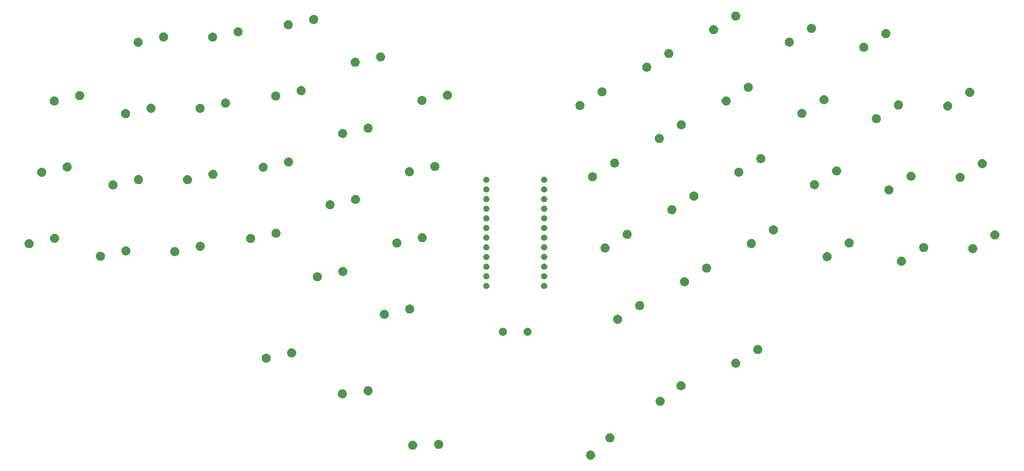
<source format=gbr>
G04 #@! TF.GenerationSoftware,KiCad,Pcbnew,(5.0.2)-1*
G04 #@! TF.CreationDate,2019-02-25T13:46:33+08:00*
G04 #@! TF.ProjectId,Kisaragi,4b697361-7261-4676-992e-6b696361645f,rev?*
G04 #@! TF.SameCoordinates,Original*
G04 #@! TF.FileFunction,Soldermask,Top*
G04 #@! TF.FilePolarity,Negative*
%FSLAX46Y46*%
G04 Gerber Fmt 4.6, Leading zero omitted, Abs format (unit mm)*
G04 Created by KiCad (PCBNEW (5.0.2)-1) date 25/02/2019 13:46:33*
%MOMM*%
%LPD*%
G01*
G04 APERTURE LIST*
%ADD10C,0.100000*%
G04 APERTURE END LIST*
D10*
G36*
X235449317Y-217718162D02*
X235666612Y-217808168D01*
X235862171Y-217938837D01*
X236028480Y-218105146D01*
X236159149Y-218300705D01*
X236249155Y-218518000D01*
X236295040Y-218748678D01*
X236295040Y-218983876D01*
X236249155Y-219214554D01*
X236159149Y-219431849D01*
X236028480Y-219627408D01*
X235862171Y-219793717D01*
X235666612Y-219924386D01*
X235449317Y-220014392D01*
X235218639Y-220060277D01*
X234983441Y-220060277D01*
X234752763Y-220014392D01*
X234535468Y-219924386D01*
X234339909Y-219793717D01*
X234173600Y-219627408D01*
X234042931Y-219431849D01*
X233952925Y-219214554D01*
X233907040Y-218983876D01*
X233907040Y-218748678D01*
X233952925Y-218518000D01*
X234042931Y-218300705D01*
X234173600Y-218105146D01*
X234339909Y-217938837D01*
X234535468Y-217808168D01*
X234752763Y-217718162D01*
X234983441Y-217672277D01*
X235218639Y-217672277D01*
X235449317Y-217718162D01*
X235449317Y-217718162D01*
G37*
G36*
X188656779Y-215111969D02*
X188874074Y-215201975D01*
X189069633Y-215332644D01*
X189235942Y-215498953D01*
X189366611Y-215694512D01*
X189456617Y-215911807D01*
X189502502Y-216142485D01*
X189502502Y-216377683D01*
X189456617Y-216608361D01*
X189366611Y-216825656D01*
X189235942Y-217021215D01*
X189069633Y-217187524D01*
X188874074Y-217318193D01*
X188656779Y-217408199D01*
X188426101Y-217454084D01*
X188190903Y-217454084D01*
X187960225Y-217408199D01*
X187742930Y-217318193D01*
X187547371Y-217187524D01*
X187381062Y-217021215D01*
X187250393Y-216825656D01*
X187160387Y-216608361D01*
X187114502Y-216377683D01*
X187114502Y-216142485D01*
X187160387Y-215911807D01*
X187250393Y-215694512D01*
X187381062Y-215498953D01*
X187547371Y-215332644D01*
X187742930Y-215201975D01*
X187960225Y-215111969D01*
X188190903Y-215066084D01*
X188426101Y-215066084D01*
X188656779Y-215111969D01*
X188656779Y-215111969D01*
G37*
G36*
X195492560Y-214896978D02*
X195709855Y-214986984D01*
X195905414Y-215117653D01*
X196071723Y-215283962D01*
X196202392Y-215479521D01*
X196292398Y-215696816D01*
X196338283Y-215927494D01*
X196338283Y-216162692D01*
X196292398Y-216393370D01*
X196202392Y-216610665D01*
X196071723Y-216806224D01*
X195905414Y-216972533D01*
X195709855Y-217103202D01*
X195492560Y-217193208D01*
X195261882Y-217239093D01*
X195026684Y-217239093D01*
X194796006Y-217193208D01*
X194578711Y-217103202D01*
X194383152Y-216972533D01*
X194216843Y-216806224D01*
X194086174Y-216610665D01*
X193996168Y-216393370D01*
X193950283Y-216162692D01*
X193950283Y-215927494D01*
X193996168Y-215696816D01*
X194086174Y-215479521D01*
X194216843Y-215283962D01*
X194383152Y-215117653D01*
X194578711Y-214986984D01*
X194796006Y-214896978D01*
X195026684Y-214851093D01*
X195261882Y-214851093D01*
X195492560Y-214896978D01*
X195492560Y-214896978D01*
G37*
G36*
X240547634Y-213159515D02*
X240764929Y-213249521D01*
X240960488Y-213380190D01*
X241126797Y-213546499D01*
X241257466Y-213742058D01*
X241347472Y-213959353D01*
X241393357Y-214190031D01*
X241393357Y-214425229D01*
X241347472Y-214655907D01*
X241257466Y-214873202D01*
X241126797Y-215068761D01*
X240960488Y-215235070D01*
X240764929Y-215365739D01*
X240547634Y-215455745D01*
X240316956Y-215501630D01*
X240081758Y-215501630D01*
X239851080Y-215455745D01*
X239633785Y-215365739D01*
X239438226Y-215235070D01*
X239271917Y-215068761D01*
X239141248Y-214873202D01*
X239051242Y-214655907D01*
X239005357Y-214425229D01*
X239005357Y-214190031D01*
X239051242Y-213959353D01*
X239141248Y-213742058D01*
X239271917Y-213546499D01*
X239438226Y-213380190D01*
X239633785Y-213249521D01*
X239851080Y-213159515D01*
X240081758Y-213113630D01*
X240316956Y-213113630D01*
X240547634Y-213159515D01*
X240547634Y-213159515D01*
G37*
G36*
X253770699Y-203564534D02*
X253987994Y-203654540D01*
X254183553Y-203785209D01*
X254349862Y-203951518D01*
X254480531Y-204147077D01*
X254570537Y-204364372D01*
X254616422Y-204595050D01*
X254616422Y-204830248D01*
X254570537Y-205060926D01*
X254480531Y-205278221D01*
X254349862Y-205473780D01*
X254183553Y-205640089D01*
X253987994Y-205770758D01*
X253770699Y-205860764D01*
X253540021Y-205906649D01*
X253304823Y-205906649D01*
X253074145Y-205860764D01*
X252856850Y-205770758D01*
X252661291Y-205640089D01*
X252494982Y-205473780D01*
X252364313Y-205278221D01*
X252274307Y-205060926D01*
X252228422Y-204830248D01*
X252228422Y-204595050D01*
X252274307Y-204364372D01*
X252364313Y-204147077D01*
X252494982Y-203951518D01*
X252661291Y-203785209D01*
X252856850Y-203654540D01*
X253074145Y-203564534D01*
X253304823Y-203518649D01*
X253540021Y-203518649D01*
X253770699Y-203564534D01*
X253770699Y-203564534D01*
G37*
G36*
X170135500Y-201592333D02*
X170352795Y-201682339D01*
X170548354Y-201813008D01*
X170714663Y-201979317D01*
X170845332Y-202174876D01*
X170935338Y-202392171D01*
X170981223Y-202622849D01*
X170981223Y-202858047D01*
X170935338Y-203088725D01*
X170845332Y-203306020D01*
X170714663Y-203501579D01*
X170548354Y-203667888D01*
X170352795Y-203798557D01*
X170135500Y-203888563D01*
X169904822Y-203934448D01*
X169669624Y-203934448D01*
X169438946Y-203888563D01*
X169221651Y-203798557D01*
X169026092Y-203667888D01*
X168859783Y-203501579D01*
X168729114Y-203306020D01*
X168639108Y-203088725D01*
X168593223Y-202858047D01*
X168593223Y-202622849D01*
X168639108Y-202392171D01*
X168729114Y-202174876D01*
X168859783Y-201979317D01*
X169026092Y-201813008D01*
X169221651Y-201682339D01*
X169438946Y-201592333D01*
X169669624Y-201546448D01*
X169904822Y-201546448D01*
X170135500Y-201592333D01*
X170135500Y-201592333D01*
G37*
G36*
X176926529Y-200782382D02*
X177143824Y-200872388D01*
X177339383Y-201003057D01*
X177505692Y-201169366D01*
X177636361Y-201364925D01*
X177726367Y-201582220D01*
X177772252Y-201812898D01*
X177772252Y-202048096D01*
X177726367Y-202278774D01*
X177636361Y-202496069D01*
X177505692Y-202691628D01*
X177339383Y-202857937D01*
X177143824Y-202988606D01*
X176926529Y-203078612D01*
X176695851Y-203124497D01*
X176460653Y-203124497D01*
X176229975Y-203078612D01*
X176012680Y-202988606D01*
X175817121Y-202857937D01*
X175650812Y-202691628D01*
X175520143Y-202496069D01*
X175430137Y-202278774D01*
X175384252Y-202048096D01*
X175384252Y-201812898D01*
X175430137Y-201582220D01*
X175520143Y-201364925D01*
X175650812Y-201169366D01*
X175817121Y-201003057D01*
X176012680Y-200872388D01*
X176229975Y-200782382D01*
X176460653Y-200736497D01*
X176695851Y-200736497D01*
X176926529Y-200782382D01*
X176926529Y-200782382D01*
G37*
G36*
X259246928Y-199467581D02*
X259464223Y-199557587D01*
X259659782Y-199688256D01*
X259826091Y-199854565D01*
X259956760Y-200050124D01*
X260046766Y-200267419D01*
X260092651Y-200498097D01*
X260092651Y-200733295D01*
X260046766Y-200963973D01*
X259956760Y-201181268D01*
X259826091Y-201376827D01*
X259659782Y-201543136D01*
X259464223Y-201673805D01*
X259246928Y-201763811D01*
X259016250Y-201809696D01*
X258781052Y-201809696D01*
X258550374Y-201763811D01*
X258333079Y-201673805D01*
X258137520Y-201543136D01*
X257971211Y-201376827D01*
X257840542Y-201181268D01*
X257750536Y-200963973D01*
X257704651Y-200733295D01*
X257704651Y-200498097D01*
X257750536Y-200267419D01*
X257840542Y-200050124D01*
X257971211Y-199854565D01*
X258137520Y-199688256D01*
X258333079Y-199557587D01*
X258550374Y-199467581D01*
X258781052Y-199421696D01*
X259016250Y-199421696D01*
X259246928Y-199467581D01*
X259246928Y-199467581D01*
G37*
G36*
X273635093Y-193532073D02*
X273852388Y-193622079D01*
X274047947Y-193752748D01*
X274214256Y-193919057D01*
X274344925Y-194114616D01*
X274434931Y-194331911D01*
X274480816Y-194562589D01*
X274480816Y-194797787D01*
X274434931Y-195028465D01*
X274344925Y-195245760D01*
X274214256Y-195441319D01*
X274047947Y-195607628D01*
X273852388Y-195738297D01*
X273635093Y-195828303D01*
X273404415Y-195874188D01*
X273169217Y-195874188D01*
X272938539Y-195828303D01*
X272721244Y-195738297D01*
X272525685Y-195607628D01*
X272359376Y-195441319D01*
X272228707Y-195245760D01*
X272138701Y-195028465D01*
X272092816Y-194797787D01*
X272092816Y-194562589D01*
X272138701Y-194331911D01*
X272228707Y-194114616D01*
X272359376Y-193919057D01*
X272525685Y-193752748D01*
X272721244Y-193622079D01*
X272938539Y-193532073D01*
X273169217Y-193486188D01*
X273404415Y-193486188D01*
X273635093Y-193532073D01*
X273635093Y-193532073D01*
G37*
G36*
X150127226Y-192208874D02*
X150344521Y-192298880D01*
X150540080Y-192429549D01*
X150706389Y-192595858D01*
X150837058Y-192791417D01*
X150927064Y-193008712D01*
X150972949Y-193239390D01*
X150972949Y-193474588D01*
X150927064Y-193705266D01*
X150837058Y-193922561D01*
X150706389Y-194118120D01*
X150540080Y-194284429D01*
X150344521Y-194415098D01*
X150127226Y-194505104D01*
X149896548Y-194550989D01*
X149661350Y-194550989D01*
X149430672Y-194505104D01*
X149213377Y-194415098D01*
X149017818Y-194284429D01*
X148851509Y-194118120D01*
X148720840Y-193922561D01*
X148630834Y-193705266D01*
X148584949Y-193474588D01*
X148584949Y-193239390D01*
X148630834Y-193008712D01*
X148720840Y-192791417D01*
X148851509Y-192595858D01*
X149017818Y-192429549D01*
X149213377Y-192298880D01*
X149430672Y-192208874D01*
X149661350Y-192162989D01*
X149896548Y-192162989D01*
X150127226Y-192208874D01*
X150127226Y-192208874D01*
G37*
G36*
X156821821Y-190810128D02*
X157039116Y-190900134D01*
X157234675Y-191030803D01*
X157400984Y-191197112D01*
X157531653Y-191392671D01*
X157621659Y-191609966D01*
X157667544Y-191840644D01*
X157667544Y-192075842D01*
X157621659Y-192306520D01*
X157531653Y-192523815D01*
X157400984Y-192719374D01*
X157234675Y-192885683D01*
X157039116Y-193016352D01*
X156821821Y-193106358D01*
X156591143Y-193152243D01*
X156355945Y-193152243D01*
X156125267Y-193106358D01*
X155907972Y-193016352D01*
X155712413Y-192885683D01*
X155546104Y-192719374D01*
X155415435Y-192523815D01*
X155325429Y-192306520D01*
X155279544Y-192075842D01*
X155279544Y-191840644D01*
X155325429Y-191609966D01*
X155415435Y-191392671D01*
X155546104Y-191197112D01*
X155712413Y-191030803D01*
X155907972Y-190900134D01*
X156125267Y-190810128D01*
X156355945Y-190764243D01*
X156591143Y-190764243D01*
X156821821Y-190810128D01*
X156821821Y-190810128D01*
G37*
G36*
X279447556Y-189927995D02*
X279664851Y-190018001D01*
X279860410Y-190148670D01*
X280026719Y-190314979D01*
X280157388Y-190510538D01*
X280247394Y-190727833D01*
X280293279Y-190958511D01*
X280293279Y-191193709D01*
X280247394Y-191424387D01*
X280157388Y-191641682D01*
X280026719Y-191837241D01*
X279860410Y-192003550D01*
X279664851Y-192134219D01*
X279484617Y-192208874D01*
X279447556Y-192224225D01*
X279216878Y-192270110D01*
X278981680Y-192270110D01*
X278751002Y-192224225D01*
X278713941Y-192208874D01*
X278533707Y-192134219D01*
X278338148Y-192003550D01*
X278171839Y-191837241D01*
X278041170Y-191641682D01*
X277951164Y-191424387D01*
X277905279Y-191193709D01*
X277905279Y-190958511D01*
X277951164Y-190727833D01*
X278041170Y-190510538D01*
X278171839Y-190314979D01*
X278338148Y-190148670D01*
X278533707Y-190018001D01*
X278751002Y-189927995D01*
X278981680Y-189882110D01*
X279216878Y-189882110D01*
X279447556Y-189927995D01*
X279447556Y-189927995D01*
G37*
G36*
X218846565Y-185399389D02*
X219037834Y-185478615D01*
X219209976Y-185593637D01*
X219356363Y-185740024D01*
X219471385Y-185912166D01*
X219550611Y-186103435D01*
X219591000Y-186306484D01*
X219591000Y-186513516D01*
X219550611Y-186716565D01*
X219471385Y-186907834D01*
X219356363Y-187079976D01*
X219209976Y-187226363D01*
X219037834Y-187341385D01*
X218846565Y-187420611D01*
X218643516Y-187461000D01*
X218436484Y-187461000D01*
X218233435Y-187420611D01*
X218042166Y-187341385D01*
X217870024Y-187226363D01*
X217723637Y-187079976D01*
X217608615Y-186907834D01*
X217529389Y-186716565D01*
X217489000Y-186513516D01*
X217489000Y-186306484D01*
X217529389Y-186103435D01*
X217608615Y-185912166D01*
X217723637Y-185740024D01*
X217870024Y-185593637D01*
X218042166Y-185478615D01*
X218233435Y-185399389D01*
X218436484Y-185359000D01*
X218643516Y-185359000D01*
X218846565Y-185399389D01*
X218846565Y-185399389D01*
G37*
G36*
X212346565Y-185399389D02*
X212537834Y-185478615D01*
X212709976Y-185593637D01*
X212856363Y-185740024D01*
X212971385Y-185912166D01*
X213050611Y-186103435D01*
X213091000Y-186306484D01*
X213091000Y-186513516D01*
X213050611Y-186716565D01*
X212971385Y-186907834D01*
X212856363Y-187079976D01*
X212709976Y-187226363D01*
X212537834Y-187341385D01*
X212346565Y-187420611D01*
X212143516Y-187461000D01*
X211936484Y-187461000D01*
X211733435Y-187420611D01*
X211542166Y-187341385D01*
X211370024Y-187226363D01*
X211223637Y-187079976D01*
X211108615Y-186907834D01*
X211029389Y-186716565D01*
X210989000Y-186513516D01*
X210989000Y-186306484D01*
X211029389Y-186103435D01*
X211108615Y-185912166D01*
X211223637Y-185740024D01*
X211370024Y-185593637D01*
X211542166Y-185478615D01*
X211733435Y-185399389D01*
X211936484Y-185359000D01*
X212143516Y-185359000D01*
X212346565Y-185399389D01*
X212346565Y-185399389D01*
G37*
G36*
X242575093Y-181992073D02*
X242792388Y-182082079D01*
X242987947Y-182212748D01*
X243154256Y-182379057D01*
X243284925Y-182574616D01*
X243374931Y-182791911D01*
X243420816Y-183022589D01*
X243420816Y-183257787D01*
X243374931Y-183488465D01*
X243284925Y-183705760D01*
X243154256Y-183901319D01*
X242987947Y-184067628D01*
X242792388Y-184198297D01*
X242575093Y-184288303D01*
X242344415Y-184334188D01*
X242109217Y-184334188D01*
X241878539Y-184288303D01*
X241661244Y-184198297D01*
X241465685Y-184067628D01*
X241299376Y-183901319D01*
X241168707Y-183705760D01*
X241078701Y-183488465D01*
X241032816Y-183257787D01*
X241032816Y-183022589D01*
X241078701Y-182791911D01*
X241168707Y-182574616D01*
X241299376Y-182379057D01*
X241465685Y-182212748D01*
X241661244Y-182082079D01*
X241878539Y-181992073D01*
X242109217Y-181946188D01*
X242344415Y-181946188D01*
X242575093Y-181992073D01*
X242575093Y-181992073D01*
G37*
G36*
X181177226Y-180668874D02*
X181394521Y-180758880D01*
X181590080Y-180889549D01*
X181756389Y-181055858D01*
X181887058Y-181251417D01*
X181977064Y-181468712D01*
X182022949Y-181699390D01*
X182022949Y-181934588D01*
X181977064Y-182165266D01*
X181887058Y-182382561D01*
X181756389Y-182578120D01*
X181590080Y-182744429D01*
X181394521Y-182875098D01*
X181177226Y-182965104D01*
X180946548Y-183010989D01*
X180711350Y-183010989D01*
X180480672Y-182965104D01*
X180263377Y-182875098D01*
X180067818Y-182744429D01*
X179901509Y-182578120D01*
X179770840Y-182382561D01*
X179680834Y-182165266D01*
X179634949Y-181934588D01*
X179634949Y-181699390D01*
X179680834Y-181468712D01*
X179770840Y-181251417D01*
X179901509Y-181055858D01*
X180067818Y-180889549D01*
X180263377Y-180758880D01*
X180480672Y-180668874D01*
X180711350Y-180622989D01*
X180946548Y-180622989D01*
X181177226Y-180668874D01*
X181177226Y-180668874D01*
G37*
G36*
X187871821Y-179270128D02*
X188089116Y-179360134D01*
X188284675Y-179490803D01*
X188450984Y-179657112D01*
X188581653Y-179852671D01*
X188671659Y-180069966D01*
X188717544Y-180300644D01*
X188717544Y-180535842D01*
X188671659Y-180766520D01*
X188581653Y-180983815D01*
X188450984Y-181179374D01*
X188284675Y-181345683D01*
X188089116Y-181476352D01*
X187871821Y-181566358D01*
X187641143Y-181612243D01*
X187405945Y-181612243D01*
X187175267Y-181566358D01*
X186957972Y-181476352D01*
X186762413Y-181345683D01*
X186596104Y-181179374D01*
X186465435Y-180983815D01*
X186375429Y-180766520D01*
X186329544Y-180535842D01*
X186329544Y-180300644D01*
X186375429Y-180069966D01*
X186465435Y-179852671D01*
X186596104Y-179657112D01*
X186762413Y-179490803D01*
X186957972Y-179360134D01*
X187175267Y-179270128D01*
X187405945Y-179224243D01*
X187641143Y-179224243D01*
X187871821Y-179270128D01*
X187871821Y-179270128D01*
G37*
G36*
X248387556Y-178387995D02*
X248604851Y-178478001D01*
X248800410Y-178608670D01*
X248966719Y-178774979D01*
X249097388Y-178970538D01*
X249187394Y-179187833D01*
X249233279Y-179418511D01*
X249233279Y-179653709D01*
X249187394Y-179884387D01*
X249097388Y-180101682D01*
X248966719Y-180297241D01*
X248800410Y-180463550D01*
X248604851Y-180594219D01*
X248424617Y-180668874D01*
X248387556Y-180684225D01*
X248156878Y-180730110D01*
X247921680Y-180730110D01*
X247691002Y-180684225D01*
X247653941Y-180668874D01*
X247473707Y-180594219D01*
X247278148Y-180463550D01*
X247111839Y-180297241D01*
X246981170Y-180101682D01*
X246891164Y-179884387D01*
X246845279Y-179653709D01*
X246845279Y-179418511D01*
X246891164Y-179187833D01*
X246981170Y-178970538D01*
X247111839Y-178774979D01*
X247278148Y-178608670D01*
X247473707Y-178478001D01*
X247691002Y-178387995D01*
X247921680Y-178342110D01*
X248156878Y-178342110D01*
X248387556Y-178387995D01*
X248387556Y-178387995D01*
G37*
G36*
X207910742Y-173580242D02*
X208058702Y-173641530D01*
X208191858Y-173730502D01*
X208305098Y-173843742D01*
X208394070Y-173976898D01*
X208455358Y-174124858D01*
X208486600Y-174281925D01*
X208486600Y-174442075D01*
X208455358Y-174599142D01*
X208394070Y-174747102D01*
X208305098Y-174880258D01*
X208191858Y-174993498D01*
X208058702Y-175082470D01*
X207910742Y-175143758D01*
X207753675Y-175175000D01*
X207593525Y-175175000D01*
X207436458Y-175143758D01*
X207288498Y-175082470D01*
X207155342Y-174993498D01*
X207042102Y-174880258D01*
X206953130Y-174747102D01*
X206891842Y-174599142D01*
X206860600Y-174442075D01*
X206860600Y-174281925D01*
X206891842Y-174124858D01*
X206953130Y-173976898D01*
X207042102Y-173843742D01*
X207155342Y-173730502D01*
X207288498Y-173641530D01*
X207436458Y-173580242D01*
X207593525Y-173549000D01*
X207753675Y-173549000D01*
X207910742Y-173580242D01*
X207910742Y-173580242D01*
G37*
G36*
X223130742Y-173580242D02*
X223278702Y-173641530D01*
X223411858Y-173730502D01*
X223525098Y-173843742D01*
X223614070Y-173976898D01*
X223675358Y-174124858D01*
X223706600Y-174281925D01*
X223706600Y-174442075D01*
X223675358Y-174599142D01*
X223614070Y-174747102D01*
X223525098Y-174880258D01*
X223411858Y-174993498D01*
X223278702Y-175082470D01*
X223130742Y-175143758D01*
X222973675Y-175175000D01*
X222813525Y-175175000D01*
X222656458Y-175143758D01*
X222508498Y-175082470D01*
X222375342Y-174993498D01*
X222262102Y-174880258D01*
X222173130Y-174747102D01*
X222111842Y-174599142D01*
X222080600Y-174442075D01*
X222080600Y-174281925D01*
X222111842Y-174124858D01*
X222173130Y-173976898D01*
X222262102Y-173843742D01*
X222375342Y-173730502D01*
X222508498Y-173641530D01*
X222656458Y-173580242D01*
X222813525Y-173549000D01*
X222973675Y-173549000D01*
X223130742Y-173580242D01*
X223130742Y-173580242D01*
G37*
G36*
X260185093Y-172112073D02*
X260402388Y-172202079D01*
X260597947Y-172332748D01*
X260764256Y-172499057D01*
X260894925Y-172694616D01*
X260984931Y-172911911D01*
X261030816Y-173142589D01*
X261030816Y-173377787D01*
X260984931Y-173608465D01*
X260894925Y-173825760D01*
X260764256Y-174021319D01*
X260597947Y-174187628D01*
X260402388Y-174318297D01*
X260185093Y-174408303D01*
X259954415Y-174454188D01*
X259719217Y-174454188D01*
X259488539Y-174408303D01*
X259271244Y-174318297D01*
X259075685Y-174187628D01*
X258909376Y-174021319D01*
X258778707Y-173825760D01*
X258688701Y-173608465D01*
X258642816Y-173377787D01*
X258642816Y-173142589D01*
X258688701Y-172911911D01*
X258778707Y-172694616D01*
X258909376Y-172499057D01*
X259075685Y-172332748D01*
X259271244Y-172202079D01*
X259488539Y-172112073D01*
X259719217Y-172066188D01*
X259954415Y-172066188D01*
X260185093Y-172112073D01*
X260185093Y-172112073D01*
G37*
G36*
X163577226Y-170788874D02*
X163794521Y-170878880D01*
X163990080Y-171009549D01*
X164156389Y-171175858D01*
X164287058Y-171371417D01*
X164377064Y-171588712D01*
X164422949Y-171819390D01*
X164422949Y-172054588D01*
X164377064Y-172285266D01*
X164287058Y-172502561D01*
X164156389Y-172698120D01*
X163990080Y-172864429D01*
X163794521Y-172995098D01*
X163577226Y-173085104D01*
X163346548Y-173130989D01*
X163111350Y-173130989D01*
X162880672Y-173085104D01*
X162663377Y-172995098D01*
X162467818Y-172864429D01*
X162301509Y-172698120D01*
X162170840Y-172502561D01*
X162080834Y-172285266D01*
X162034949Y-172054588D01*
X162034949Y-171819390D01*
X162080834Y-171588712D01*
X162170840Y-171371417D01*
X162301509Y-171175858D01*
X162467818Y-171009549D01*
X162663377Y-170878880D01*
X162880672Y-170788874D01*
X163111350Y-170742989D01*
X163346548Y-170742989D01*
X163577226Y-170788874D01*
X163577226Y-170788874D01*
G37*
G36*
X207910742Y-171040242D02*
X208058702Y-171101530D01*
X208125730Y-171146317D01*
X208169944Y-171175859D01*
X208191858Y-171190502D01*
X208305098Y-171303742D01*
X208394070Y-171436898D01*
X208455358Y-171584858D01*
X208486600Y-171741925D01*
X208486600Y-171902075D01*
X208455358Y-172059142D01*
X208452439Y-172066188D01*
X208394071Y-172207100D01*
X208341843Y-172285266D01*
X208305098Y-172340258D01*
X208191858Y-172453498D01*
X208058702Y-172542470D01*
X207910742Y-172603758D01*
X207753675Y-172635000D01*
X207593525Y-172635000D01*
X207436458Y-172603758D01*
X207288498Y-172542470D01*
X207155342Y-172453498D01*
X207042102Y-172340258D01*
X207005358Y-172285266D01*
X206953129Y-172207100D01*
X206894761Y-172066188D01*
X206891842Y-172059142D01*
X206860600Y-171902075D01*
X206860600Y-171741925D01*
X206891842Y-171584858D01*
X206953130Y-171436898D01*
X207042102Y-171303742D01*
X207155342Y-171190502D01*
X207177257Y-171175859D01*
X207221470Y-171146317D01*
X207288498Y-171101530D01*
X207436458Y-171040242D01*
X207593525Y-171009000D01*
X207753675Y-171009000D01*
X207910742Y-171040242D01*
X207910742Y-171040242D01*
G37*
G36*
X223130742Y-171040242D02*
X223278702Y-171101530D01*
X223345730Y-171146317D01*
X223389944Y-171175859D01*
X223411858Y-171190502D01*
X223525098Y-171303742D01*
X223614070Y-171436898D01*
X223675358Y-171584858D01*
X223706600Y-171741925D01*
X223706600Y-171902075D01*
X223675358Y-172059142D01*
X223672439Y-172066188D01*
X223614071Y-172207100D01*
X223561843Y-172285266D01*
X223525098Y-172340258D01*
X223411858Y-172453498D01*
X223278702Y-172542470D01*
X223130742Y-172603758D01*
X222973675Y-172635000D01*
X222813525Y-172635000D01*
X222656458Y-172603758D01*
X222508498Y-172542470D01*
X222375342Y-172453498D01*
X222262102Y-172340258D01*
X222225358Y-172285266D01*
X222173129Y-172207100D01*
X222114761Y-172066188D01*
X222111842Y-172059142D01*
X222080600Y-171902075D01*
X222080600Y-171741925D01*
X222111842Y-171584858D01*
X222173130Y-171436898D01*
X222262102Y-171303742D01*
X222375342Y-171190502D01*
X222397257Y-171175859D01*
X222441470Y-171146317D01*
X222508498Y-171101530D01*
X222656458Y-171040242D01*
X222813525Y-171009000D01*
X222973675Y-171009000D01*
X223130742Y-171040242D01*
X223130742Y-171040242D01*
G37*
G36*
X170271821Y-169390128D02*
X170489116Y-169480134D01*
X170684675Y-169610803D01*
X170850984Y-169777112D01*
X170981653Y-169972671D01*
X171071659Y-170189966D01*
X171117544Y-170420644D01*
X171117544Y-170655842D01*
X171071659Y-170886520D01*
X170981653Y-171103815D01*
X170850984Y-171299374D01*
X170684675Y-171465683D01*
X170489116Y-171596352D01*
X170271821Y-171686358D01*
X170041143Y-171732243D01*
X169805945Y-171732243D01*
X169575267Y-171686358D01*
X169357972Y-171596352D01*
X169162413Y-171465683D01*
X168996104Y-171299374D01*
X168865435Y-171103815D01*
X168775429Y-170886520D01*
X168729544Y-170655842D01*
X168729544Y-170420644D01*
X168775429Y-170189966D01*
X168865435Y-169972671D01*
X168996104Y-169777112D01*
X169162413Y-169610803D01*
X169357972Y-169480134D01*
X169575267Y-169390128D01*
X169805945Y-169344243D01*
X170041143Y-169344243D01*
X170271821Y-169390128D01*
X170271821Y-169390128D01*
G37*
G36*
X265997556Y-168507995D02*
X266214851Y-168598001D01*
X266410410Y-168728670D01*
X266576719Y-168894979D01*
X266707388Y-169090538D01*
X266797394Y-169307833D01*
X266843279Y-169538511D01*
X266843279Y-169773709D01*
X266797394Y-170004387D01*
X266707388Y-170221682D01*
X266576719Y-170417241D01*
X266410410Y-170583550D01*
X266214851Y-170714219D01*
X265997556Y-170804225D01*
X265766878Y-170850110D01*
X265531680Y-170850110D01*
X265301002Y-170804225D01*
X265083707Y-170714219D01*
X264888148Y-170583550D01*
X264721839Y-170417241D01*
X264591170Y-170221682D01*
X264501164Y-170004387D01*
X264455279Y-169773709D01*
X264455279Y-169538511D01*
X264501164Y-169307833D01*
X264591170Y-169090538D01*
X264721839Y-168894979D01*
X264888148Y-168728670D01*
X265083707Y-168598001D01*
X265301002Y-168507995D01*
X265531680Y-168462110D01*
X265766878Y-168462110D01*
X265997556Y-168507995D01*
X265997556Y-168507995D01*
G37*
G36*
X223130742Y-168500242D02*
X223278702Y-168561530D01*
X223333285Y-168598001D01*
X223411857Y-168650501D01*
X223525099Y-168763743D01*
X223569283Y-168829870D01*
X223614070Y-168896898D01*
X223675358Y-169044858D01*
X223706600Y-169201925D01*
X223706600Y-169362075D01*
X223675358Y-169519142D01*
X223637390Y-169610803D01*
X223614071Y-169667100D01*
X223542838Y-169773709D01*
X223525098Y-169800258D01*
X223411858Y-169913498D01*
X223278702Y-170002470D01*
X223130742Y-170063758D01*
X222973675Y-170095000D01*
X222813525Y-170095000D01*
X222656458Y-170063758D01*
X222508498Y-170002470D01*
X222375342Y-169913498D01*
X222262102Y-169800258D01*
X222244363Y-169773709D01*
X222173129Y-169667100D01*
X222149810Y-169610803D01*
X222111842Y-169519142D01*
X222080600Y-169362075D01*
X222080600Y-169201925D01*
X222111842Y-169044858D01*
X222173130Y-168896898D01*
X222217917Y-168829870D01*
X222262101Y-168763743D01*
X222375343Y-168650501D01*
X222453915Y-168598001D01*
X222508498Y-168561530D01*
X222656458Y-168500242D01*
X222813525Y-168469000D01*
X222973675Y-168469000D01*
X223130742Y-168500242D01*
X223130742Y-168500242D01*
G37*
G36*
X207910742Y-168500242D02*
X208058702Y-168561530D01*
X208113285Y-168598001D01*
X208191857Y-168650501D01*
X208305099Y-168763743D01*
X208349283Y-168829870D01*
X208394070Y-168896898D01*
X208455358Y-169044858D01*
X208486600Y-169201925D01*
X208486600Y-169362075D01*
X208455358Y-169519142D01*
X208417390Y-169610803D01*
X208394071Y-169667100D01*
X208322838Y-169773709D01*
X208305098Y-169800258D01*
X208191858Y-169913498D01*
X208058702Y-170002470D01*
X207910742Y-170063758D01*
X207753675Y-170095000D01*
X207593525Y-170095000D01*
X207436458Y-170063758D01*
X207288498Y-170002470D01*
X207155342Y-169913498D01*
X207042102Y-169800258D01*
X207024363Y-169773709D01*
X206953129Y-169667100D01*
X206929810Y-169610803D01*
X206891842Y-169519142D01*
X206860600Y-169362075D01*
X206860600Y-169201925D01*
X206891842Y-169044858D01*
X206953130Y-168896898D01*
X206997917Y-168829870D01*
X207042101Y-168763743D01*
X207155343Y-168650501D01*
X207233915Y-168598001D01*
X207288498Y-168561530D01*
X207436458Y-168500242D01*
X207593525Y-168469000D01*
X207753675Y-168469000D01*
X207910742Y-168500242D01*
X207910742Y-168500242D01*
G37*
G36*
X317265093Y-166702073D02*
X317482388Y-166792079D01*
X317677947Y-166922748D01*
X317844256Y-167089057D01*
X317974925Y-167284616D01*
X318064931Y-167501911D01*
X318110816Y-167732589D01*
X318110816Y-167967787D01*
X318064931Y-168198465D01*
X317974925Y-168415760D01*
X317844256Y-168611319D01*
X317677947Y-168777628D01*
X317482388Y-168908297D01*
X317265093Y-168998303D01*
X317034415Y-169044188D01*
X316799217Y-169044188D01*
X316568539Y-168998303D01*
X316351244Y-168908297D01*
X316155685Y-168777628D01*
X315989376Y-168611319D01*
X315858707Y-168415760D01*
X315768701Y-168198465D01*
X315722816Y-167967787D01*
X315722816Y-167732589D01*
X315768701Y-167501911D01*
X315858707Y-167284616D01*
X315989376Y-167089057D01*
X316155685Y-166922748D01*
X316351244Y-166792079D01*
X316568539Y-166702073D01*
X316799217Y-166656188D01*
X317034415Y-166656188D01*
X317265093Y-166702073D01*
X317265093Y-166702073D01*
G37*
G36*
X297695093Y-165492073D02*
X297912388Y-165582079D01*
X298107947Y-165712748D01*
X298274256Y-165879057D01*
X298404925Y-166074616D01*
X298494931Y-166291911D01*
X298540816Y-166522589D01*
X298540816Y-166757787D01*
X298494931Y-166988465D01*
X298404925Y-167205760D01*
X298274256Y-167401319D01*
X298107947Y-167567628D01*
X297912388Y-167698297D01*
X297695093Y-167788303D01*
X297464415Y-167834188D01*
X297229217Y-167834188D01*
X296998539Y-167788303D01*
X296781244Y-167698297D01*
X296585685Y-167567628D01*
X296419376Y-167401319D01*
X296288707Y-167205760D01*
X296198701Y-166988465D01*
X296152816Y-166757787D01*
X296152816Y-166522589D01*
X296198701Y-166291911D01*
X296288707Y-166074616D01*
X296419376Y-165879057D01*
X296585685Y-165712748D01*
X296781244Y-165582079D01*
X296998539Y-165492073D01*
X297229217Y-165446188D01*
X297464415Y-165446188D01*
X297695093Y-165492073D01*
X297695093Y-165492073D01*
G37*
G36*
X106497226Y-165368874D02*
X106714521Y-165458880D01*
X106910080Y-165589549D01*
X107076389Y-165755858D01*
X107207058Y-165951417D01*
X107297064Y-166168712D01*
X107342949Y-166399390D01*
X107342949Y-166634588D01*
X107297064Y-166865266D01*
X107207058Y-167082561D01*
X107076389Y-167278120D01*
X106910080Y-167444429D01*
X106714521Y-167575098D01*
X106497226Y-167665104D01*
X106266548Y-167710989D01*
X106031350Y-167710989D01*
X105800672Y-167665104D01*
X105583377Y-167575098D01*
X105387818Y-167444429D01*
X105221509Y-167278120D01*
X105090840Y-167082561D01*
X105000834Y-166865266D01*
X104954949Y-166634588D01*
X104954949Y-166399390D01*
X105000834Y-166168712D01*
X105090840Y-165951417D01*
X105221509Y-165755858D01*
X105387818Y-165589549D01*
X105583377Y-165458880D01*
X105800672Y-165368874D01*
X106031350Y-165322989D01*
X106266548Y-165322989D01*
X106497226Y-165368874D01*
X106497226Y-165368874D01*
G37*
G36*
X207910742Y-165960242D02*
X208058702Y-166021530D01*
X208125730Y-166066317D01*
X208143394Y-166078119D01*
X208191858Y-166110502D01*
X208305098Y-166223742D01*
X208394070Y-166356898D01*
X208455358Y-166504858D01*
X208486600Y-166661925D01*
X208486600Y-166822075D01*
X208455358Y-166979142D01*
X208451496Y-166988465D01*
X208394071Y-167127100D01*
X208305099Y-167260257D01*
X208191857Y-167373499D01*
X208150221Y-167401319D01*
X208058702Y-167462470D01*
X207910742Y-167523758D01*
X207753675Y-167555000D01*
X207593525Y-167555000D01*
X207436458Y-167523758D01*
X207288498Y-167462470D01*
X207196979Y-167401319D01*
X207155343Y-167373499D01*
X207042101Y-167260257D01*
X206953129Y-167127100D01*
X206895704Y-166988465D01*
X206891842Y-166979142D01*
X206860600Y-166822075D01*
X206860600Y-166661925D01*
X206891842Y-166504858D01*
X206953130Y-166356898D01*
X207042102Y-166223742D01*
X207155342Y-166110502D01*
X207203807Y-166078119D01*
X207221470Y-166066317D01*
X207288498Y-166021530D01*
X207436458Y-165960242D01*
X207593525Y-165929000D01*
X207753675Y-165929000D01*
X207910742Y-165960242D01*
X207910742Y-165960242D01*
G37*
G36*
X223130742Y-165960242D02*
X223278702Y-166021530D01*
X223345730Y-166066317D01*
X223363394Y-166078119D01*
X223411858Y-166110502D01*
X223525098Y-166223742D01*
X223614070Y-166356898D01*
X223675358Y-166504858D01*
X223706600Y-166661925D01*
X223706600Y-166822075D01*
X223675358Y-166979142D01*
X223671496Y-166988465D01*
X223614071Y-167127100D01*
X223525099Y-167260257D01*
X223411857Y-167373499D01*
X223370221Y-167401319D01*
X223278702Y-167462470D01*
X223130742Y-167523758D01*
X222973675Y-167555000D01*
X222813525Y-167555000D01*
X222656458Y-167523758D01*
X222508498Y-167462470D01*
X222416979Y-167401319D01*
X222375343Y-167373499D01*
X222262101Y-167260257D01*
X222173129Y-167127100D01*
X222115704Y-166988465D01*
X222111842Y-166979142D01*
X222080600Y-166822075D01*
X222080600Y-166661925D01*
X222111842Y-166504858D01*
X222173130Y-166356898D01*
X222262102Y-166223742D01*
X222375342Y-166110502D01*
X222423807Y-166078119D01*
X222441470Y-166066317D01*
X222508498Y-166021530D01*
X222656458Y-165960242D01*
X222813525Y-165929000D01*
X222973675Y-165929000D01*
X223130742Y-165960242D01*
X223130742Y-165960242D01*
G37*
G36*
X126057226Y-164168874D02*
X126274521Y-164258880D01*
X126470080Y-164389549D01*
X126636389Y-164555858D01*
X126767058Y-164751417D01*
X126857064Y-164968712D01*
X126902949Y-165199390D01*
X126902949Y-165434588D01*
X126857064Y-165665266D01*
X126767058Y-165882561D01*
X126636389Y-166078120D01*
X126470080Y-166244429D01*
X126274521Y-166375098D01*
X126057226Y-166465104D01*
X125826548Y-166510989D01*
X125591350Y-166510989D01*
X125360672Y-166465104D01*
X125143377Y-166375098D01*
X124947818Y-166244429D01*
X124781509Y-166078120D01*
X124650840Y-165882561D01*
X124560834Y-165665266D01*
X124514949Y-165434588D01*
X124514949Y-165199390D01*
X124560834Y-164968712D01*
X124650840Y-164751417D01*
X124781509Y-164555858D01*
X124947818Y-164389549D01*
X125143377Y-164258880D01*
X125360672Y-164168874D01*
X125591350Y-164122989D01*
X125826548Y-164122989D01*
X126057226Y-164168874D01*
X126057226Y-164168874D01*
G37*
G36*
X113191821Y-163970128D02*
X113409116Y-164060134D01*
X113604675Y-164190803D01*
X113770984Y-164357112D01*
X113901653Y-164552671D01*
X113991659Y-164769966D01*
X114037544Y-165000644D01*
X114037544Y-165235842D01*
X113991659Y-165466520D01*
X113901653Y-165683815D01*
X113770984Y-165879374D01*
X113604675Y-166045683D01*
X113409116Y-166176352D01*
X113191821Y-166266358D01*
X112961143Y-166312243D01*
X112725945Y-166312243D01*
X112495267Y-166266358D01*
X112277972Y-166176352D01*
X112082413Y-166045683D01*
X111916104Y-165879374D01*
X111785435Y-165683815D01*
X111695429Y-165466520D01*
X111649544Y-165235842D01*
X111649544Y-165000644D01*
X111695429Y-164769966D01*
X111785435Y-164552671D01*
X111916104Y-164357112D01*
X112082413Y-164190803D01*
X112277972Y-164060134D01*
X112495267Y-163970128D01*
X112725945Y-163924243D01*
X112961143Y-163924243D01*
X113191821Y-163970128D01*
X113191821Y-163970128D01*
G37*
G36*
X336015093Y-163382073D02*
X336232388Y-163472079D01*
X336427947Y-163602748D01*
X336594256Y-163769057D01*
X336724925Y-163964616D01*
X336814931Y-164181911D01*
X336860816Y-164412589D01*
X336860816Y-164647787D01*
X336814931Y-164878465D01*
X336724925Y-165095760D01*
X336594256Y-165291319D01*
X336427947Y-165457628D01*
X336232388Y-165588297D01*
X336046567Y-165665266D01*
X336015093Y-165678303D01*
X335784415Y-165724188D01*
X335549217Y-165724188D01*
X335318539Y-165678303D01*
X335287065Y-165665266D01*
X335101244Y-165588297D01*
X334905685Y-165457628D01*
X334739376Y-165291319D01*
X334608707Y-165095760D01*
X334518701Y-164878465D01*
X334472816Y-164647787D01*
X334472816Y-164412589D01*
X334518701Y-164181911D01*
X334608707Y-163964616D01*
X334739376Y-163769057D01*
X334905685Y-163602748D01*
X335101244Y-163472079D01*
X335318539Y-163382073D01*
X335549217Y-163336188D01*
X335784415Y-163336188D01*
X336015093Y-163382073D01*
X336015093Y-163382073D01*
G37*
G36*
X239275093Y-163222073D02*
X239492388Y-163312079D01*
X239687947Y-163442748D01*
X239854256Y-163609057D01*
X239984925Y-163804616D01*
X240074931Y-164021911D01*
X240120816Y-164252589D01*
X240120816Y-164487787D01*
X240074931Y-164718465D01*
X239984925Y-164935760D01*
X239854256Y-165131319D01*
X239687947Y-165297628D01*
X239492388Y-165428297D01*
X239338418Y-165492073D01*
X239275093Y-165518303D01*
X239044415Y-165564188D01*
X238809217Y-165564188D01*
X238578539Y-165518303D01*
X238515214Y-165492073D01*
X238361244Y-165428297D01*
X238165685Y-165297628D01*
X237999376Y-165131319D01*
X237868707Y-164935760D01*
X237778701Y-164718465D01*
X237732816Y-164487787D01*
X237732816Y-164252589D01*
X237778701Y-164021911D01*
X237868707Y-163804616D01*
X237999376Y-163609057D01*
X238165685Y-163442748D01*
X238361244Y-163312079D01*
X238578539Y-163222073D01*
X238809217Y-163176188D01*
X239044415Y-163176188D01*
X239275093Y-163222073D01*
X239275093Y-163222073D01*
G37*
G36*
X323077556Y-163097995D02*
X323294851Y-163188001D01*
X323490410Y-163318670D01*
X323656719Y-163484979D01*
X323787388Y-163680538D01*
X323877394Y-163897833D01*
X323923279Y-164128511D01*
X323923279Y-164363709D01*
X323877394Y-164594387D01*
X323787388Y-164811682D01*
X323656719Y-165007241D01*
X323490410Y-165173550D01*
X323294851Y-165304219D01*
X323138759Y-165368874D01*
X323077556Y-165394225D01*
X322846878Y-165440110D01*
X322611680Y-165440110D01*
X322381002Y-165394225D01*
X322319799Y-165368874D01*
X322163707Y-165304219D01*
X321968148Y-165173550D01*
X321801839Y-165007241D01*
X321671170Y-164811682D01*
X321581164Y-164594387D01*
X321535279Y-164363709D01*
X321535279Y-164128511D01*
X321581164Y-163897833D01*
X321671170Y-163680538D01*
X321801839Y-163484979D01*
X321968148Y-163318670D01*
X322163707Y-163188001D01*
X322381002Y-163097995D01*
X322611680Y-163052110D01*
X322846878Y-163052110D01*
X323077556Y-163097995D01*
X323077556Y-163097995D01*
G37*
G36*
X132751821Y-162770128D02*
X132969116Y-162860134D01*
X133164675Y-162990803D01*
X133330984Y-163157112D01*
X133461653Y-163352671D01*
X133551659Y-163569966D01*
X133597544Y-163800644D01*
X133597544Y-164035842D01*
X133551659Y-164266520D01*
X133461653Y-164483815D01*
X133330984Y-164679374D01*
X133164675Y-164845683D01*
X132969116Y-164976352D01*
X132751821Y-165066358D01*
X132521143Y-165112243D01*
X132285945Y-165112243D01*
X132055267Y-165066358D01*
X131837972Y-164976352D01*
X131642413Y-164845683D01*
X131476104Y-164679374D01*
X131345435Y-164483815D01*
X131255429Y-164266520D01*
X131209544Y-164035842D01*
X131209544Y-163800644D01*
X131255429Y-163569966D01*
X131345435Y-163352671D01*
X131476104Y-163157112D01*
X131642413Y-162990803D01*
X131837972Y-162860134D01*
X132055267Y-162770128D01*
X132285945Y-162724243D01*
X132521143Y-162724243D01*
X132751821Y-162770128D01*
X132751821Y-162770128D01*
G37*
G36*
X207910742Y-163420242D02*
X208058702Y-163481530D01*
X208063865Y-163484980D01*
X208158878Y-163548465D01*
X208191858Y-163570502D01*
X208305098Y-163683742D01*
X208394070Y-163816898D01*
X208455358Y-163964858D01*
X208486600Y-164121925D01*
X208486600Y-164282075D01*
X208455358Y-164439142D01*
X208435208Y-164487787D01*
X208394071Y-164587100D01*
X208332417Y-164679373D01*
X208305098Y-164720258D01*
X208191858Y-164833498D01*
X208058702Y-164922470D01*
X207910742Y-164983758D01*
X207753675Y-165015000D01*
X207593525Y-165015000D01*
X207436458Y-164983758D01*
X207288498Y-164922470D01*
X207155342Y-164833498D01*
X207042102Y-164720258D01*
X207014784Y-164679373D01*
X206953129Y-164587100D01*
X206911992Y-164487787D01*
X206891842Y-164439142D01*
X206860600Y-164282075D01*
X206860600Y-164121925D01*
X206891842Y-163964858D01*
X206953130Y-163816898D01*
X207042102Y-163683742D01*
X207155342Y-163570502D01*
X207188323Y-163548465D01*
X207283335Y-163484980D01*
X207288498Y-163481530D01*
X207436458Y-163420242D01*
X207593525Y-163389000D01*
X207753675Y-163389000D01*
X207910742Y-163420242D01*
X207910742Y-163420242D01*
G37*
G36*
X223130742Y-163420242D02*
X223278702Y-163481530D01*
X223283865Y-163484980D01*
X223378878Y-163548465D01*
X223411858Y-163570502D01*
X223525098Y-163683742D01*
X223614070Y-163816898D01*
X223675358Y-163964858D01*
X223706600Y-164121925D01*
X223706600Y-164282075D01*
X223675358Y-164439142D01*
X223655208Y-164487787D01*
X223614071Y-164587100D01*
X223552417Y-164679373D01*
X223525098Y-164720258D01*
X223411858Y-164833498D01*
X223278702Y-164922470D01*
X223130742Y-164983758D01*
X222973675Y-165015000D01*
X222813525Y-165015000D01*
X222656458Y-164983758D01*
X222508498Y-164922470D01*
X222375342Y-164833498D01*
X222262102Y-164720258D01*
X222234784Y-164679373D01*
X222173129Y-164587100D01*
X222131992Y-164487787D01*
X222111842Y-164439142D01*
X222080600Y-164282075D01*
X222080600Y-164121925D01*
X222111842Y-163964858D01*
X222173130Y-163816898D01*
X222262102Y-163683742D01*
X222375342Y-163570502D01*
X222408323Y-163548465D01*
X222503335Y-163484980D01*
X222508498Y-163481530D01*
X222656458Y-163420242D01*
X222813525Y-163389000D01*
X222973675Y-163389000D01*
X223130742Y-163420242D01*
X223130742Y-163420242D01*
G37*
G36*
X87737226Y-162068874D02*
X87954521Y-162158880D01*
X88150080Y-162289549D01*
X88316389Y-162455858D01*
X88447058Y-162651417D01*
X88537064Y-162868712D01*
X88582949Y-163099390D01*
X88582949Y-163334588D01*
X88537064Y-163565266D01*
X88447058Y-163782561D01*
X88316389Y-163978120D01*
X88150080Y-164144429D01*
X87954521Y-164275098D01*
X87756518Y-164357113D01*
X87737226Y-164365104D01*
X87506548Y-164410989D01*
X87271350Y-164410989D01*
X87040672Y-164365104D01*
X87021380Y-164357113D01*
X86823377Y-164275098D01*
X86627818Y-164144429D01*
X86461509Y-163978120D01*
X86330840Y-163782561D01*
X86240834Y-163565266D01*
X86194949Y-163334588D01*
X86194949Y-163099390D01*
X86240834Y-162868712D01*
X86330840Y-162651417D01*
X86461509Y-162455858D01*
X86627818Y-162289549D01*
X86823377Y-162158880D01*
X87040672Y-162068874D01*
X87271350Y-162022989D01*
X87506548Y-162022989D01*
X87737226Y-162068874D01*
X87737226Y-162068874D01*
G37*
G36*
X277745093Y-162052073D02*
X277962388Y-162142079D01*
X278157947Y-162272748D01*
X278324256Y-162439057D01*
X278454925Y-162634616D01*
X278544931Y-162851911D01*
X278590816Y-163082589D01*
X278590816Y-163317787D01*
X278544931Y-163548465D01*
X278454925Y-163765760D01*
X278324256Y-163961319D01*
X278157947Y-164127628D01*
X277962388Y-164258297D01*
X277904982Y-164282075D01*
X277745093Y-164348303D01*
X277514415Y-164394188D01*
X277279217Y-164394188D01*
X277048539Y-164348303D01*
X276888650Y-164282075D01*
X276831244Y-164258297D01*
X276635685Y-164127628D01*
X276469376Y-163961319D01*
X276338707Y-163765760D01*
X276248701Y-163548465D01*
X276202816Y-163317787D01*
X276202816Y-163082589D01*
X276248701Y-162851911D01*
X276338707Y-162634616D01*
X276469376Y-162439057D01*
X276635685Y-162272748D01*
X276831244Y-162142079D01*
X277048539Y-162052073D01*
X277279217Y-162006188D01*
X277514415Y-162006188D01*
X277745093Y-162052073D01*
X277745093Y-162052073D01*
G37*
G36*
X184487226Y-161908874D02*
X184704521Y-161998880D01*
X184900080Y-162129549D01*
X185066389Y-162295858D01*
X185197058Y-162491417D01*
X185287064Y-162708712D01*
X185332949Y-162939390D01*
X185332949Y-163174588D01*
X185287064Y-163405266D01*
X185197058Y-163622561D01*
X185066389Y-163818120D01*
X184900080Y-163984429D01*
X184704521Y-164115098D01*
X184487226Y-164205104D01*
X184256548Y-164250989D01*
X184021350Y-164250989D01*
X183790672Y-164205104D01*
X183573377Y-164115098D01*
X183377818Y-163984429D01*
X183211509Y-163818120D01*
X183080840Y-163622561D01*
X182990834Y-163405266D01*
X182944949Y-163174588D01*
X182944949Y-162939390D01*
X182990834Y-162708712D01*
X183080840Y-162491417D01*
X183211509Y-162295858D01*
X183377818Y-162129549D01*
X183573377Y-161998880D01*
X183790672Y-161908874D01*
X184021350Y-161862989D01*
X184256548Y-161862989D01*
X184487226Y-161908874D01*
X184487226Y-161908874D01*
G37*
G36*
X303507556Y-161887995D02*
X303724851Y-161978001D01*
X303920410Y-162108670D01*
X304086719Y-162274979D01*
X304217388Y-162470538D01*
X304307394Y-162687833D01*
X304353279Y-162918511D01*
X304353279Y-163153709D01*
X304307394Y-163384387D01*
X304217388Y-163601682D01*
X304086719Y-163797241D01*
X303920410Y-163963550D01*
X303724851Y-164094219D01*
X303507556Y-164184225D01*
X303276878Y-164230110D01*
X303041680Y-164230110D01*
X302811002Y-164184225D01*
X302593707Y-164094219D01*
X302398148Y-163963550D01*
X302231839Y-163797241D01*
X302101170Y-163601682D01*
X302011164Y-163384387D01*
X301965279Y-163153709D01*
X301965279Y-162918511D01*
X302011164Y-162687833D01*
X302101170Y-162470538D01*
X302231839Y-162274979D01*
X302398148Y-162108670D01*
X302593707Y-161978001D01*
X302811002Y-161887995D01*
X303041680Y-161842110D01*
X303276878Y-161842110D01*
X303507556Y-161887995D01*
X303507556Y-161887995D01*
G37*
G36*
X146007226Y-160728874D02*
X146224521Y-160818880D01*
X146420080Y-160949549D01*
X146586389Y-161115858D01*
X146717058Y-161311417D01*
X146807064Y-161528712D01*
X146852949Y-161759390D01*
X146852949Y-161994588D01*
X146807064Y-162225266D01*
X146717058Y-162442561D01*
X146586389Y-162638120D01*
X146420080Y-162804429D01*
X146224521Y-162935098D01*
X146149052Y-162966358D01*
X146007226Y-163025104D01*
X145776548Y-163070989D01*
X145541350Y-163070989D01*
X145310672Y-163025104D01*
X145168846Y-162966358D01*
X145093377Y-162935098D01*
X144897818Y-162804429D01*
X144731509Y-162638120D01*
X144600840Y-162442561D01*
X144510834Y-162225266D01*
X144464949Y-161994588D01*
X144464949Y-161759390D01*
X144510834Y-161528712D01*
X144600840Y-161311417D01*
X144731509Y-161115858D01*
X144897818Y-160949549D01*
X145093377Y-160818880D01*
X145310672Y-160728874D01*
X145541350Y-160682989D01*
X145776548Y-160682989D01*
X146007226Y-160728874D01*
X146007226Y-160728874D01*
G37*
G36*
X94431821Y-160670128D02*
X94649116Y-160760134D01*
X94844675Y-160890803D01*
X95010984Y-161057112D01*
X95141653Y-161252671D01*
X95231659Y-161469966D01*
X95277544Y-161700644D01*
X95277544Y-161935842D01*
X95231659Y-162166520D01*
X95141653Y-162383815D01*
X95010984Y-162579374D01*
X94844675Y-162745683D01*
X94649116Y-162876352D01*
X94431821Y-162966358D01*
X94201143Y-163012243D01*
X93965945Y-163012243D01*
X93735267Y-162966358D01*
X93517972Y-162876352D01*
X93322413Y-162745683D01*
X93156104Y-162579374D01*
X93025435Y-162383815D01*
X92935429Y-162166520D01*
X92889544Y-161935842D01*
X92889544Y-161700644D01*
X92935429Y-161469966D01*
X93025435Y-161252671D01*
X93156104Y-161057112D01*
X93322413Y-160890803D01*
X93517972Y-160760134D01*
X93735267Y-160670128D01*
X93965945Y-160624243D01*
X94201143Y-160624243D01*
X94431821Y-160670128D01*
X94431821Y-160670128D01*
G37*
G36*
X191181821Y-160510128D02*
X191399116Y-160600134D01*
X191594675Y-160730803D01*
X191760984Y-160897112D01*
X191891653Y-161092671D01*
X191981659Y-161309966D01*
X192027544Y-161540644D01*
X192027544Y-161775842D01*
X191981659Y-162006520D01*
X191891653Y-162223815D01*
X191760984Y-162419374D01*
X191594675Y-162585683D01*
X191399116Y-162716352D01*
X191328304Y-162745683D01*
X191181821Y-162806358D01*
X190951143Y-162852243D01*
X190715945Y-162852243D01*
X190485267Y-162806358D01*
X190338784Y-162745683D01*
X190267972Y-162716352D01*
X190072413Y-162585683D01*
X189906104Y-162419374D01*
X189775435Y-162223815D01*
X189685429Y-162006520D01*
X189639544Y-161775842D01*
X189639544Y-161540644D01*
X189685429Y-161309966D01*
X189775435Y-161092671D01*
X189906104Y-160897112D01*
X190072413Y-160730803D01*
X190267972Y-160600134D01*
X190485267Y-160510128D01*
X190715945Y-160464243D01*
X190951143Y-160464243D01*
X191181821Y-160510128D01*
X191181821Y-160510128D01*
G37*
G36*
X223130742Y-160880242D02*
X223278702Y-160941530D01*
X223411858Y-161030502D01*
X223525098Y-161143742D01*
X223614070Y-161276898D01*
X223675358Y-161424858D01*
X223706600Y-161581925D01*
X223706600Y-161742075D01*
X223675358Y-161899142D01*
X223631017Y-162006188D01*
X223614071Y-162047100D01*
X223534278Y-162166520D01*
X223525098Y-162180258D01*
X223411858Y-162293498D01*
X223278702Y-162382470D01*
X223278701Y-162382471D01*
X223278700Y-162382471D01*
X223275455Y-162383815D01*
X223130742Y-162443758D01*
X222973675Y-162475000D01*
X222813525Y-162475000D01*
X222656458Y-162443758D01*
X222511745Y-162383815D01*
X222508500Y-162382471D01*
X222508499Y-162382471D01*
X222508498Y-162382470D01*
X222375342Y-162293498D01*
X222262102Y-162180258D01*
X222252923Y-162166520D01*
X222173129Y-162047100D01*
X222156183Y-162006188D01*
X222111842Y-161899142D01*
X222080600Y-161742075D01*
X222080600Y-161581925D01*
X222111842Y-161424858D01*
X222173130Y-161276898D01*
X222262102Y-161143742D01*
X222375342Y-161030502D01*
X222508498Y-160941530D01*
X222656458Y-160880242D01*
X222813525Y-160849000D01*
X222973675Y-160849000D01*
X223130742Y-160880242D01*
X223130742Y-160880242D01*
G37*
G36*
X207910742Y-160880242D02*
X208058702Y-160941530D01*
X208191858Y-161030502D01*
X208305098Y-161143742D01*
X208394070Y-161276898D01*
X208455358Y-161424858D01*
X208486600Y-161581925D01*
X208486600Y-161742075D01*
X208455358Y-161899142D01*
X208411017Y-162006188D01*
X208394071Y-162047100D01*
X208314278Y-162166520D01*
X208305098Y-162180258D01*
X208191858Y-162293498D01*
X208058702Y-162382470D01*
X208058701Y-162382471D01*
X208058700Y-162382471D01*
X208055455Y-162383815D01*
X207910742Y-162443758D01*
X207753675Y-162475000D01*
X207593525Y-162475000D01*
X207436458Y-162443758D01*
X207291745Y-162383815D01*
X207288500Y-162382471D01*
X207288499Y-162382471D01*
X207288498Y-162382470D01*
X207155342Y-162293498D01*
X207042102Y-162180258D01*
X207032923Y-162166520D01*
X206953129Y-162047100D01*
X206936183Y-162006188D01*
X206891842Y-161899142D01*
X206860600Y-161742075D01*
X206860600Y-161581925D01*
X206891842Y-161424858D01*
X206953130Y-161276898D01*
X207042102Y-161143742D01*
X207155342Y-161030502D01*
X207288498Y-160941530D01*
X207436458Y-160880242D01*
X207593525Y-160849000D01*
X207753675Y-160849000D01*
X207910742Y-160880242D01*
X207910742Y-160880242D01*
G37*
G36*
X341827556Y-159777995D02*
X342044851Y-159868001D01*
X342240410Y-159998670D01*
X342406719Y-160164979D01*
X342537388Y-160360538D01*
X342627394Y-160577833D01*
X342673279Y-160808511D01*
X342673279Y-161043709D01*
X342627394Y-161274387D01*
X342537388Y-161491682D01*
X342406719Y-161687241D01*
X342240410Y-161853550D01*
X342044851Y-161984219D01*
X341827556Y-162074225D01*
X341596878Y-162120110D01*
X341361680Y-162120110D01*
X341131002Y-162074225D01*
X340913707Y-161984219D01*
X340718148Y-161853550D01*
X340551839Y-161687241D01*
X340421170Y-161491682D01*
X340331164Y-161274387D01*
X340285279Y-161043709D01*
X340285279Y-160808511D01*
X340331164Y-160577833D01*
X340421170Y-160360538D01*
X340551839Y-160164979D01*
X340718148Y-159998670D01*
X340913707Y-159868001D01*
X341131002Y-159777995D01*
X341361680Y-159732110D01*
X341596878Y-159732110D01*
X341827556Y-159777995D01*
X341827556Y-159777995D01*
G37*
G36*
X245087556Y-159617995D02*
X245304851Y-159708001D01*
X245500410Y-159838670D01*
X245666719Y-160004979D01*
X245797388Y-160200538D01*
X245887394Y-160417833D01*
X245933279Y-160648511D01*
X245933279Y-160883709D01*
X245887394Y-161114387D01*
X245797388Y-161331682D01*
X245666719Y-161527241D01*
X245500410Y-161693550D01*
X245304851Y-161824219D01*
X245087556Y-161914225D01*
X244856878Y-161960110D01*
X244621680Y-161960110D01*
X244391002Y-161914225D01*
X244173707Y-161824219D01*
X243978148Y-161693550D01*
X243811839Y-161527241D01*
X243681170Y-161331682D01*
X243591164Y-161114387D01*
X243545279Y-160883709D01*
X243545279Y-160648511D01*
X243591164Y-160417833D01*
X243681170Y-160200538D01*
X243811839Y-160004979D01*
X243978148Y-159838670D01*
X244173707Y-159708001D01*
X244391002Y-159617995D01*
X244621680Y-159572110D01*
X244856878Y-159572110D01*
X245087556Y-159617995D01*
X245087556Y-159617995D01*
G37*
G36*
X152701821Y-159330128D02*
X152919116Y-159420134D01*
X153114675Y-159550803D01*
X153280984Y-159717112D01*
X153411653Y-159912671D01*
X153501659Y-160129966D01*
X153547544Y-160360644D01*
X153547544Y-160595842D01*
X153501659Y-160826520D01*
X153411653Y-161043815D01*
X153280984Y-161239374D01*
X153114675Y-161405683D01*
X152919116Y-161536352D01*
X152701821Y-161626358D01*
X152471143Y-161672243D01*
X152235945Y-161672243D01*
X152005267Y-161626358D01*
X151787972Y-161536352D01*
X151592413Y-161405683D01*
X151426104Y-161239374D01*
X151295435Y-161043815D01*
X151205429Y-160826520D01*
X151159544Y-160595842D01*
X151159544Y-160360644D01*
X151205429Y-160129966D01*
X151295435Y-159912671D01*
X151426104Y-159717112D01*
X151592413Y-159550803D01*
X151787972Y-159420134D01*
X152005267Y-159330128D01*
X152235945Y-159284243D01*
X152471143Y-159284243D01*
X152701821Y-159330128D01*
X152701821Y-159330128D01*
G37*
G36*
X283557556Y-158447995D02*
X283774851Y-158538001D01*
X283970410Y-158668670D01*
X284136719Y-158834979D01*
X284267388Y-159030538D01*
X284357394Y-159247833D01*
X284403279Y-159478511D01*
X284403279Y-159713709D01*
X284357394Y-159944387D01*
X284267388Y-160161682D01*
X284136719Y-160357241D01*
X283970410Y-160523550D01*
X283774851Y-160654219D01*
X283557556Y-160744225D01*
X283326878Y-160790110D01*
X283091680Y-160790110D01*
X282861002Y-160744225D01*
X282643707Y-160654219D01*
X282448148Y-160523550D01*
X282281839Y-160357241D01*
X282151170Y-160161682D01*
X282061164Y-159944387D01*
X282015279Y-159713709D01*
X282015279Y-159478511D01*
X282061164Y-159247833D01*
X282151170Y-159030538D01*
X282281839Y-158834979D01*
X282448148Y-158668670D01*
X282643707Y-158538001D01*
X282861002Y-158447995D01*
X283091680Y-158402110D01*
X283326878Y-158402110D01*
X283557556Y-158447995D01*
X283557556Y-158447995D01*
G37*
G36*
X223130742Y-158340242D02*
X223278702Y-158401530D01*
X223411858Y-158490502D01*
X223525098Y-158603742D01*
X223614070Y-158736898D01*
X223675358Y-158884858D01*
X223706600Y-159041925D01*
X223706600Y-159202075D01*
X223675358Y-159359142D01*
X223614070Y-159507102D01*
X223525098Y-159640258D01*
X223411858Y-159753498D01*
X223278702Y-159842470D01*
X223130742Y-159903758D01*
X222973675Y-159935000D01*
X222813525Y-159935000D01*
X222656458Y-159903758D01*
X222508498Y-159842470D01*
X222375342Y-159753498D01*
X222262102Y-159640258D01*
X222173130Y-159507102D01*
X222111842Y-159359142D01*
X222080600Y-159202075D01*
X222080600Y-159041925D01*
X222111842Y-158884858D01*
X222173130Y-158736898D01*
X222262102Y-158603742D01*
X222375342Y-158490502D01*
X222508498Y-158401530D01*
X222656458Y-158340242D01*
X222813525Y-158309000D01*
X222973675Y-158309000D01*
X223130742Y-158340242D01*
X223130742Y-158340242D01*
G37*
G36*
X207910742Y-158340242D02*
X208058702Y-158401530D01*
X208191858Y-158490502D01*
X208305098Y-158603742D01*
X208394070Y-158736898D01*
X208455358Y-158884858D01*
X208486600Y-159041925D01*
X208486600Y-159202075D01*
X208455358Y-159359142D01*
X208394070Y-159507102D01*
X208305098Y-159640258D01*
X208191858Y-159753498D01*
X208058702Y-159842470D01*
X207910742Y-159903758D01*
X207753675Y-159935000D01*
X207593525Y-159935000D01*
X207436458Y-159903758D01*
X207288498Y-159842470D01*
X207155342Y-159753498D01*
X207042102Y-159640258D01*
X206953130Y-159507102D01*
X206891842Y-159359142D01*
X206860600Y-159202075D01*
X206860600Y-159041925D01*
X206891842Y-158884858D01*
X206953130Y-158736898D01*
X207042102Y-158603742D01*
X207155342Y-158490502D01*
X207288498Y-158401530D01*
X207436458Y-158340242D01*
X207593525Y-158309000D01*
X207753675Y-158309000D01*
X207910742Y-158340242D01*
X207910742Y-158340242D01*
G37*
G36*
X207910742Y-155800242D02*
X208058702Y-155861530D01*
X208191858Y-155950502D01*
X208305098Y-156063742D01*
X208394070Y-156196898D01*
X208455358Y-156344858D01*
X208486600Y-156501925D01*
X208486600Y-156662075D01*
X208455358Y-156819142D01*
X208394070Y-156967102D01*
X208305098Y-157100258D01*
X208191858Y-157213498D01*
X208058702Y-157302470D01*
X207910742Y-157363758D01*
X207753675Y-157395000D01*
X207593525Y-157395000D01*
X207436458Y-157363758D01*
X207288498Y-157302470D01*
X207155342Y-157213498D01*
X207042102Y-157100258D01*
X206953130Y-156967102D01*
X206891842Y-156819142D01*
X206860600Y-156662075D01*
X206860600Y-156501925D01*
X206891842Y-156344858D01*
X206953130Y-156196898D01*
X207042102Y-156063742D01*
X207155342Y-155950502D01*
X207288498Y-155861530D01*
X207436458Y-155800242D01*
X207593525Y-155769000D01*
X207753675Y-155769000D01*
X207910742Y-155800242D01*
X207910742Y-155800242D01*
G37*
G36*
X223130742Y-155800242D02*
X223278702Y-155861530D01*
X223411858Y-155950502D01*
X223525098Y-156063742D01*
X223614070Y-156196898D01*
X223675358Y-156344858D01*
X223706600Y-156501925D01*
X223706600Y-156662075D01*
X223675358Y-156819142D01*
X223614070Y-156967102D01*
X223525098Y-157100258D01*
X223411858Y-157213498D01*
X223278702Y-157302470D01*
X223130742Y-157363758D01*
X222973675Y-157395000D01*
X222813525Y-157395000D01*
X222656458Y-157363758D01*
X222508498Y-157302470D01*
X222375342Y-157213498D01*
X222262102Y-157100258D01*
X222173130Y-156967102D01*
X222111842Y-156819142D01*
X222080600Y-156662075D01*
X222080600Y-156501925D01*
X222111842Y-156344858D01*
X222173130Y-156196898D01*
X222262102Y-156063742D01*
X222375342Y-155950502D01*
X222508498Y-155861530D01*
X222656458Y-155800242D01*
X222813525Y-155769000D01*
X222973675Y-155769000D01*
X223130742Y-155800242D01*
X223130742Y-155800242D01*
G37*
G36*
X256835093Y-153162073D02*
X257052388Y-153252079D01*
X257247947Y-153382748D01*
X257414256Y-153549057D01*
X257544925Y-153744616D01*
X257634931Y-153961911D01*
X257680816Y-154192589D01*
X257680816Y-154427787D01*
X257634931Y-154658465D01*
X257544925Y-154875760D01*
X257414256Y-155071319D01*
X257247947Y-155237628D01*
X257052388Y-155368297D01*
X256835093Y-155458303D01*
X256604415Y-155504188D01*
X256369217Y-155504188D01*
X256138539Y-155458303D01*
X255921244Y-155368297D01*
X255725685Y-155237628D01*
X255559376Y-155071319D01*
X255428707Y-154875760D01*
X255338701Y-154658465D01*
X255292816Y-154427787D01*
X255292816Y-154192589D01*
X255338701Y-153961911D01*
X255428707Y-153744616D01*
X255559376Y-153549057D01*
X255725685Y-153382748D01*
X255921244Y-153252079D01*
X256138539Y-153162073D01*
X256369217Y-153116188D01*
X256604415Y-153116188D01*
X256835093Y-153162073D01*
X256835093Y-153162073D01*
G37*
G36*
X207910742Y-153260242D02*
X208058702Y-153321530D01*
X208191858Y-153410502D01*
X208305098Y-153523742D01*
X208394070Y-153656898D01*
X208455358Y-153804858D01*
X208486600Y-153961925D01*
X208486600Y-154122075D01*
X208455358Y-154279142D01*
X208394070Y-154427102D01*
X208305098Y-154560258D01*
X208191858Y-154673498D01*
X208058702Y-154762470D01*
X207910742Y-154823758D01*
X207753675Y-154855000D01*
X207593525Y-154855000D01*
X207436458Y-154823758D01*
X207288498Y-154762470D01*
X207155342Y-154673498D01*
X207042102Y-154560258D01*
X206953130Y-154427102D01*
X206891842Y-154279142D01*
X206860600Y-154122075D01*
X206860600Y-153961925D01*
X206891842Y-153804858D01*
X206953130Y-153656898D01*
X207042102Y-153523742D01*
X207155342Y-153410502D01*
X207288498Y-153321530D01*
X207436458Y-153260242D01*
X207593525Y-153229000D01*
X207753675Y-153229000D01*
X207910742Y-153260242D01*
X207910742Y-153260242D01*
G37*
G36*
X223130742Y-153260242D02*
X223278702Y-153321530D01*
X223411858Y-153410502D01*
X223525098Y-153523742D01*
X223614070Y-153656898D01*
X223675358Y-153804858D01*
X223706600Y-153961925D01*
X223706600Y-154122075D01*
X223675358Y-154279142D01*
X223614070Y-154427102D01*
X223525098Y-154560258D01*
X223411858Y-154673498D01*
X223278702Y-154762470D01*
X223130742Y-154823758D01*
X222973675Y-154855000D01*
X222813525Y-154855000D01*
X222656458Y-154823758D01*
X222508498Y-154762470D01*
X222375342Y-154673498D01*
X222262102Y-154560258D01*
X222173130Y-154427102D01*
X222111842Y-154279142D01*
X222080600Y-154122075D01*
X222080600Y-153961925D01*
X222111842Y-153804858D01*
X222173130Y-153656898D01*
X222262102Y-153523742D01*
X222375342Y-153410502D01*
X222508498Y-153321530D01*
X222656458Y-153260242D01*
X222813525Y-153229000D01*
X222973675Y-153229000D01*
X223130742Y-153260242D01*
X223130742Y-153260242D01*
G37*
G36*
X166917226Y-151838874D02*
X167134521Y-151928880D01*
X167330080Y-152059549D01*
X167496389Y-152225858D01*
X167627058Y-152421417D01*
X167717064Y-152638712D01*
X167762949Y-152869390D01*
X167762949Y-153104588D01*
X167717064Y-153335266D01*
X167627058Y-153552561D01*
X167496389Y-153748120D01*
X167330080Y-153914429D01*
X167134521Y-154045098D01*
X166948683Y-154122074D01*
X166917226Y-154135104D01*
X166686548Y-154180989D01*
X166451350Y-154180989D01*
X166220672Y-154135104D01*
X166189215Y-154122074D01*
X166003377Y-154045098D01*
X165807818Y-153914429D01*
X165641509Y-153748120D01*
X165510840Y-153552561D01*
X165420834Y-153335266D01*
X165374949Y-153104588D01*
X165374949Y-152869390D01*
X165420834Y-152638712D01*
X165510840Y-152421417D01*
X165641509Y-152225858D01*
X165807818Y-152059549D01*
X166003377Y-151928880D01*
X166220672Y-151838874D01*
X166451350Y-151792989D01*
X166686548Y-151792989D01*
X166917226Y-151838874D01*
X166917226Y-151838874D01*
G37*
G36*
X173611821Y-150440128D02*
X173829116Y-150530134D01*
X174024675Y-150660803D01*
X174190984Y-150827112D01*
X174321653Y-151022671D01*
X174411659Y-151239966D01*
X174457544Y-151470644D01*
X174457544Y-151705842D01*
X174411659Y-151936520D01*
X174321653Y-152153815D01*
X174190984Y-152349374D01*
X174024675Y-152515683D01*
X173829116Y-152646352D01*
X173611821Y-152736358D01*
X173381143Y-152782243D01*
X173145945Y-152782243D01*
X172915267Y-152736358D01*
X172697972Y-152646352D01*
X172502413Y-152515683D01*
X172336104Y-152349374D01*
X172205435Y-152153815D01*
X172115429Y-151936520D01*
X172069544Y-151705842D01*
X172069544Y-151470644D01*
X172115429Y-151239966D01*
X172205435Y-151022671D01*
X172336104Y-150827112D01*
X172502413Y-150660803D01*
X172697972Y-150530134D01*
X172915267Y-150440128D01*
X173145945Y-150394243D01*
X173381143Y-150394243D01*
X173611821Y-150440128D01*
X173611821Y-150440128D01*
G37*
G36*
X207910742Y-150720242D02*
X208058702Y-150781530D01*
X208191858Y-150870502D01*
X208305098Y-150983742D01*
X208394070Y-151116898D01*
X208455358Y-151264858D01*
X208486600Y-151421925D01*
X208486600Y-151582075D01*
X208455358Y-151739142D01*
X208433053Y-151792989D01*
X208394071Y-151887100D01*
X208305099Y-152020257D01*
X208191857Y-152133499D01*
X208125730Y-152177683D01*
X208058702Y-152222470D01*
X208058701Y-152222471D01*
X208058700Y-152222471D01*
X208025183Y-152236354D01*
X207910742Y-152283758D01*
X207753675Y-152315000D01*
X207593525Y-152315000D01*
X207436458Y-152283758D01*
X207322017Y-152236354D01*
X207288500Y-152222471D01*
X207288499Y-152222471D01*
X207288498Y-152222470D01*
X207221470Y-152177683D01*
X207155343Y-152133499D01*
X207042101Y-152020257D01*
X206953129Y-151887100D01*
X206914147Y-151792989D01*
X206891842Y-151739142D01*
X206860600Y-151582075D01*
X206860600Y-151421925D01*
X206891842Y-151264858D01*
X206953130Y-151116898D01*
X207042102Y-150983742D01*
X207155342Y-150870502D01*
X207288498Y-150781530D01*
X207436458Y-150720242D01*
X207593525Y-150689000D01*
X207753675Y-150689000D01*
X207910742Y-150720242D01*
X207910742Y-150720242D01*
G37*
G36*
X223130742Y-150720242D02*
X223278702Y-150781530D01*
X223411858Y-150870502D01*
X223525098Y-150983742D01*
X223614070Y-151116898D01*
X223675358Y-151264858D01*
X223706600Y-151421925D01*
X223706600Y-151582075D01*
X223675358Y-151739142D01*
X223653053Y-151792989D01*
X223614071Y-151887100D01*
X223525099Y-152020257D01*
X223411857Y-152133499D01*
X223345730Y-152177683D01*
X223278702Y-152222470D01*
X223278701Y-152222471D01*
X223278700Y-152222471D01*
X223245183Y-152236354D01*
X223130742Y-152283758D01*
X222973675Y-152315000D01*
X222813525Y-152315000D01*
X222656458Y-152283758D01*
X222542017Y-152236354D01*
X222508500Y-152222471D01*
X222508499Y-152222471D01*
X222508498Y-152222470D01*
X222441470Y-152177683D01*
X222375343Y-152133499D01*
X222262101Y-152020257D01*
X222173129Y-151887100D01*
X222134147Y-151792989D01*
X222111842Y-151739142D01*
X222080600Y-151582075D01*
X222080600Y-151421925D01*
X222111842Y-151264858D01*
X222173130Y-151116898D01*
X222262102Y-150983742D01*
X222375342Y-150870502D01*
X222508498Y-150781530D01*
X222656458Y-150720242D01*
X222813525Y-150689000D01*
X222973675Y-150689000D01*
X223130742Y-150720242D01*
X223130742Y-150720242D01*
G37*
G36*
X262647556Y-149557995D02*
X262864851Y-149648001D01*
X263060410Y-149778670D01*
X263226719Y-149944979D01*
X263357388Y-150140538D01*
X263447394Y-150357833D01*
X263493279Y-150588511D01*
X263493279Y-150823709D01*
X263447394Y-151054387D01*
X263357388Y-151271682D01*
X263226719Y-151467241D01*
X263060410Y-151633550D01*
X262864851Y-151764219D01*
X262684617Y-151838874D01*
X262647556Y-151854225D01*
X262416878Y-151900110D01*
X262181680Y-151900110D01*
X261951002Y-151854225D01*
X261913941Y-151838874D01*
X261733707Y-151764219D01*
X261538148Y-151633550D01*
X261371839Y-151467241D01*
X261241170Y-151271682D01*
X261151164Y-151054387D01*
X261105279Y-150823709D01*
X261105279Y-150588511D01*
X261151164Y-150357833D01*
X261241170Y-150140538D01*
X261371839Y-149944979D01*
X261538148Y-149778670D01*
X261733707Y-149648001D01*
X261951002Y-149557995D01*
X262181680Y-149512110D01*
X262416878Y-149512110D01*
X262647556Y-149557995D01*
X262647556Y-149557995D01*
G37*
G36*
X313955093Y-147932073D02*
X314172388Y-148022079D01*
X314367947Y-148152748D01*
X314534256Y-148319057D01*
X314664925Y-148514616D01*
X314754931Y-148731911D01*
X314800816Y-148962589D01*
X314800816Y-149197787D01*
X314754931Y-149428465D01*
X314664925Y-149645760D01*
X314534256Y-149841319D01*
X314367947Y-150007628D01*
X314172388Y-150138297D01*
X313955093Y-150228303D01*
X313724415Y-150274188D01*
X313489217Y-150274188D01*
X313258539Y-150228303D01*
X313041244Y-150138297D01*
X312845685Y-150007628D01*
X312679376Y-149841319D01*
X312548707Y-149645760D01*
X312458701Y-149428465D01*
X312412816Y-149197787D01*
X312412816Y-148962589D01*
X312458701Y-148731911D01*
X312548707Y-148514616D01*
X312679376Y-148319057D01*
X312845685Y-148152748D01*
X313041244Y-148022079D01*
X313258539Y-147932073D01*
X313489217Y-147886188D01*
X313724415Y-147886188D01*
X313955093Y-147932073D01*
X313955093Y-147932073D01*
G37*
G36*
X223130742Y-148180242D02*
X223278702Y-148241530D01*
X223314963Y-148265759D01*
X223399974Y-148322561D01*
X223411858Y-148330502D01*
X223525098Y-148443742D01*
X223614070Y-148576898D01*
X223675358Y-148724858D01*
X223706600Y-148881925D01*
X223706600Y-149042075D01*
X223675358Y-149199142D01*
X223614070Y-149347102D01*
X223525098Y-149480258D01*
X223411858Y-149593498D01*
X223278702Y-149682470D01*
X223130742Y-149743758D01*
X222973675Y-149775000D01*
X222813525Y-149775000D01*
X222656458Y-149743758D01*
X222508498Y-149682470D01*
X222375342Y-149593498D01*
X222262102Y-149480258D01*
X222173130Y-149347102D01*
X222111842Y-149199142D01*
X222080600Y-149042075D01*
X222080600Y-148881925D01*
X222111842Y-148724858D01*
X222173130Y-148576898D01*
X222262102Y-148443742D01*
X222375342Y-148330502D01*
X222387227Y-148322561D01*
X222472237Y-148265759D01*
X222508498Y-148241530D01*
X222656458Y-148180242D01*
X222813525Y-148149000D01*
X222973675Y-148149000D01*
X223130742Y-148180242D01*
X223130742Y-148180242D01*
G37*
G36*
X207910742Y-148180242D02*
X208058702Y-148241530D01*
X208094963Y-148265759D01*
X208179974Y-148322561D01*
X208191858Y-148330502D01*
X208305098Y-148443742D01*
X208394070Y-148576898D01*
X208455358Y-148724858D01*
X208486600Y-148881925D01*
X208486600Y-149042075D01*
X208455358Y-149199142D01*
X208394070Y-149347102D01*
X208305098Y-149480258D01*
X208191858Y-149593498D01*
X208058702Y-149682470D01*
X207910742Y-149743758D01*
X207753675Y-149775000D01*
X207593525Y-149775000D01*
X207436458Y-149743758D01*
X207288498Y-149682470D01*
X207155342Y-149593498D01*
X207042102Y-149480258D01*
X206953130Y-149347102D01*
X206891842Y-149199142D01*
X206860600Y-149042075D01*
X206860600Y-148881925D01*
X206891842Y-148724858D01*
X206953130Y-148576898D01*
X207042102Y-148443742D01*
X207155342Y-148330502D01*
X207167227Y-148322561D01*
X207252237Y-148265759D01*
X207288498Y-148241530D01*
X207436458Y-148180242D01*
X207593525Y-148149000D01*
X207753675Y-148149000D01*
X207910742Y-148180242D01*
X207910742Y-148180242D01*
G37*
G36*
X109807226Y-146608874D02*
X110024521Y-146698880D01*
X110220080Y-146829549D01*
X110386389Y-146995858D01*
X110517058Y-147191417D01*
X110607064Y-147408712D01*
X110652949Y-147639390D01*
X110652949Y-147874588D01*
X110607064Y-148105266D01*
X110517058Y-148322561D01*
X110386389Y-148518120D01*
X110220080Y-148684429D01*
X110024521Y-148815098D01*
X109863185Y-148881925D01*
X109807226Y-148905104D01*
X109576548Y-148950989D01*
X109341350Y-148950989D01*
X109110672Y-148905104D01*
X109054713Y-148881925D01*
X108893377Y-148815098D01*
X108697818Y-148684429D01*
X108531509Y-148518120D01*
X108400840Y-148322561D01*
X108310834Y-148105266D01*
X108264949Y-147874588D01*
X108264949Y-147639390D01*
X108310834Y-147408712D01*
X108400840Y-147191417D01*
X108531509Y-146995858D01*
X108697818Y-146829549D01*
X108893377Y-146698880D01*
X109110672Y-146608874D01*
X109341350Y-146562989D01*
X109576548Y-146562989D01*
X109807226Y-146608874D01*
X109807226Y-146608874D01*
G37*
G36*
X294365093Y-146552073D02*
X294582388Y-146642079D01*
X294777947Y-146772748D01*
X294944256Y-146939057D01*
X295074925Y-147134616D01*
X295164931Y-147351911D01*
X295210816Y-147582589D01*
X295210816Y-147817787D01*
X295164931Y-148048465D01*
X295074925Y-148265760D01*
X294944256Y-148461319D01*
X294777947Y-148627628D01*
X294582388Y-148758297D01*
X294365093Y-148848303D01*
X294134415Y-148894188D01*
X293899217Y-148894188D01*
X293668539Y-148848303D01*
X293451244Y-148758297D01*
X293255685Y-148627628D01*
X293089376Y-148461319D01*
X292958707Y-148265760D01*
X292868701Y-148048465D01*
X292822816Y-147817787D01*
X292822816Y-147582589D01*
X292868701Y-147351911D01*
X292958707Y-147134616D01*
X293089376Y-146939057D01*
X293255685Y-146772748D01*
X293451244Y-146642079D01*
X293668539Y-146552073D01*
X293899217Y-146506188D01*
X294134415Y-146506188D01*
X294365093Y-146552073D01*
X294365093Y-146552073D01*
G37*
G36*
X129397226Y-145218874D02*
X129614521Y-145308880D01*
X129810080Y-145439549D01*
X129976389Y-145605858D01*
X130107058Y-145801417D01*
X130197064Y-146018712D01*
X130242949Y-146249390D01*
X130242949Y-146484588D01*
X130197064Y-146715266D01*
X130107058Y-146932561D01*
X129976389Y-147128120D01*
X129810080Y-147294429D01*
X129614521Y-147425098D01*
X129397226Y-147515104D01*
X129166548Y-147560989D01*
X128931350Y-147560989D01*
X128700672Y-147515104D01*
X128483377Y-147425098D01*
X128287818Y-147294429D01*
X128121509Y-147128120D01*
X127990840Y-146932561D01*
X127900834Y-146715266D01*
X127854949Y-146484588D01*
X127854949Y-146249390D01*
X127900834Y-146018712D01*
X127990840Y-145801417D01*
X128121509Y-145605858D01*
X128287818Y-145439549D01*
X128483377Y-145308880D01*
X128700672Y-145218874D01*
X128931350Y-145172989D01*
X129166548Y-145172989D01*
X129397226Y-145218874D01*
X129397226Y-145218874D01*
G37*
G36*
X116501821Y-145210128D02*
X116719116Y-145300134D01*
X116914675Y-145430803D01*
X117080984Y-145597112D01*
X117211653Y-145792671D01*
X117301659Y-146009966D01*
X117347544Y-146240644D01*
X117347544Y-146475842D01*
X117301659Y-146706520D01*
X117211653Y-146923815D01*
X117080984Y-147119374D01*
X116914675Y-147285683D01*
X116719116Y-147416352D01*
X116501821Y-147506358D01*
X116271143Y-147552243D01*
X116035945Y-147552243D01*
X115805267Y-147506358D01*
X115587972Y-147416352D01*
X115392413Y-147285683D01*
X115226104Y-147119374D01*
X115095435Y-146923815D01*
X115005429Y-146706520D01*
X114959544Y-146475842D01*
X114959544Y-146240644D01*
X115005429Y-146009966D01*
X115095435Y-145792671D01*
X115226104Y-145597112D01*
X115392413Y-145430803D01*
X115587972Y-145300134D01*
X115805267Y-145210128D01*
X116035945Y-145164243D01*
X116271143Y-145164243D01*
X116501821Y-145210128D01*
X116501821Y-145210128D01*
G37*
G36*
X207910742Y-145640242D02*
X208058702Y-145701530D01*
X208191858Y-145790502D01*
X208305098Y-145903742D01*
X208394070Y-146036898D01*
X208455358Y-146184858D01*
X208486600Y-146341925D01*
X208486600Y-146502075D01*
X208455358Y-146659142D01*
X208408300Y-146772748D01*
X208394071Y-146807100D01*
X208305901Y-146939057D01*
X208305098Y-146940258D01*
X208191858Y-147053498D01*
X208058702Y-147142470D01*
X207910742Y-147203758D01*
X207753675Y-147235000D01*
X207593525Y-147235000D01*
X207436458Y-147203758D01*
X207288498Y-147142470D01*
X207155342Y-147053498D01*
X207042102Y-146940258D01*
X207041300Y-146939057D01*
X206953129Y-146807100D01*
X206938900Y-146772748D01*
X206891842Y-146659142D01*
X206860600Y-146502075D01*
X206860600Y-146341925D01*
X206891842Y-146184858D01*
X206953130Y-146036898D01*
X207042102Y-145903742D01*
X207155342Y-145790502D01*
X207288498Y-145701530D01*
X207436458Y-145640242D01*
X207593525Y-145609000D01*
X207753675Y-145609000D01*
X207910742Y-145640242D01*
X207910742Y-145640242D01*
G37*
G36*
X223130742Y-145640242D02*
X223278702Y-145701530D01*
X223411858Y-145790502D01*
X223525098Y-145903742D01*
X223614070Y-146036898D01*
X223675358Y-146184858D01*
X223706600Y-146341925D01*
X223706600Y-146502075D01*
X223675358Y-146659142D01*
X223628300Y-146772748D01*
X223614071Y-146807100D01*
X223525901Y-146939057D01*
X223525098Y-146940258D01*
X223411858Y-147053498D01*
X223278702Y-147142470D01*
X223130742Y-147203758D01*
X222973675Y-147235000D01*
X222813525Y-147235000D01*
X222656458Y-147203758D01*
X222508498Y-147142470D01*
X222375342Y-147053498D01*
X222262102Y-146940258D01*
X222261300Y-146939057D01*
X222173129Y-146807100D01*
X222158900Y-146772748D01*
X222111842Y-146659142D01*
X222080600Y-146502075D01*
X222080600Y-146341925D01*
X222111842Y-146184858D01*
X222173130Y-146036898D01*
X222262102Y-145903742D01*
X222375342Y-145790502D01*
X222508498Y-145701530D01*
X222656458Y-145640242D01*
X222813525Y-145609000D01*
X222973675Y-145609000D01*
X223130742Y-145640242D01*
X223130742Y-145640242D01*
G37*
G36*
X332705093Y-144622073D02*
X332922388Y-144712079D01*
X333117947Y-144842748D01*
X333284256Y-145009057D01*
X333414925Y-145204616D01*
X333504931Y-145421911D01*
X333550816Y-145652589D01*
X333550816Y-145887787D01*
X333504931Y-146118465D01*
X333414925Y-146335760D01*
X333284256Y-146531319D01*
X333117947Y-146697628D01*
X332922388Y-146828297D01*
X332705093Y-146918303D01*
X332474415Y-146964188D01*
X332239217Y-146964188D01*
X332008539Y-146918303D01*
X331791244Y-146828297D01*
X331595685Y-146697628D01*
X331429376Y-146531319D01*
X331298707Y-146335760D01*
X331208701Y-146118465D01*
X331162816Y-145887787D01*
X331162816Y-145652589D01*
X331208701Y-145421911D01*
X331298707Y-145204616D01*
X331429376Y-145009057D01*
X331595685Y-144842748D01*
X331791244Y-144712079D01*
X332008539Y-144622073D01*
X332239217Y-144576188D01*
X332474415Y-144576188D01*
X332705093Y-144622073D01*
X332705093Y-144622073D01*
G37*
G36*
X235955093Y-144462073D02*
X236172388Y-144552079D01*
X236367947Y-144682748D01*
X236534256Y-144849057D01*
X236664925Y-145044616D01*
X236754931Y-145261911D01*
X236800816Y-145492589D01*
X236800816Y-145727787D01*
X236754931Y-145958465D01*
X236664925Y-146175760D01*
X236534256Y-146371319D01*
X236367947Y-146537628D01*
X236172388Y-146668297D01*
X236058994Y-146715266D01*
X235955093Y-146758303D01*
X235724415Y-146804188D01*
X235489217Y-146804188D01*
X235258539Y-146758303D01*
X235154638Y-146715266D01*
X235041244Y-146668297D01*
X234845685Y-146537628D01*
X234679376Y-146371319D01*
X234548707Y-146175760D01*
X234458701Y-145958465D01*
X234412816Y-145727787D01*
X234412816Y-145492589D01*
X234458701Y-145261911D01*
X234548707Y-145044616D01*
X234679376Y-144849057D01*
X234845685Y-144682748D01*
X235041244Y-144552079D01*
X235258539Y-144462073D01*
X235489217Y-144416188D01*
X235724415Y-144416188D01*
X235955093Y-144462073D01*
X235955093Y-144462073D01*
G37*
G36*
X319767556Y-144327995D02*
X319984851Y-144418001D01*
X320180410Y-144548670D01*
X320346719Y-144714979D01*
X320477388Y-144910538D01*
X320567394Y-145127833D01*
X320613279Y-145358511D01*
X320613279Y-145593709D01*
X320567394Y-145824387D01*
X320477388Y-146041682D01*
X320346719Y-146237241D01*
X320180410Y-146403550D01*
X319984851Y-146534219D01*
X319804617Y-146608874D01*
X319767556Y-146624225D01*
X319536878Y-146670110D01*
X319301680Y-146670110D01*
X319071002Y-146624225D01*
X319033941Y-146608874D01*
X318853707Y-146534219D01*
X318658148Y-146403550D01*
X318491839Y-146237241D01*
X318361170Y-146041682D01*
X318271164Y-145824387D01*
X318225279Y-145593709D01*
X318225279Y-145358511D01*
X318271164Y-145127833D01*
X318361170Y-144910538D01*
X318491839Y-144714979D01*
X318658148Y-144548670D01*
X318853707Y-144418001D01*
X319071002Y-144327995D01*
X319301680Y-144282110D01*
X319536878Y-144282110D01*
X319767556Y-144327995D01*
X319767556Y-144327995D01*
G37*
G36*
X136091821Y-143820128D02*
X136309116Y-143910134D01*
X136504675Y-144040803D01*
X136670984Y-144207112D01*
X136801653Y-144402671D01*
X136891659Y-144619966D01*
X136937544Y-144850644D01*
X136937544Y-145085842D01*
X136891659Y-145316520D01*
X136801653Y-145533815D01*
X136670984Y-145729374D01*
X136504675Y-145895683D01*
X136309116Y-146026352D01*
X136091821Y-146116358D01*
X135861143Y-146162243D01*
X135625945Y-146162243D01*
X135395267Y-146116358D01*
X135177972Y-146026352D01*
X134982413Y-145895683D01*
X134816104Y-145729374D01*
X134685435Y-145533815D01*
X134595429Y-145316520D01*
X134549544Y-145085842D01*
X134549544Y-144850644D01*
X134595429Y-144619966D01*
X134685435Y-144402671D01*
X134816104Y-144207112D01*
X134982413Y-144040803D01*
X135177972Y-143910134D01*
X135395267Y-143820128D01*
X135625945Y-143774243D01*
X135861143Y-143774243D01*
X136091821Y-143820128D01*
X136091821Y-143820128D01*
G37*
G36*
X91047226Y-143298874D02*
X91264521Y-143388880D01*
X91460080Y-143519549D01*
X91626389Y-143685858D01*
X91757058Y-143881417D01*
X91847064Y-144098712D01*
X91892949Y-144329390D01*
X91892949Y-144564588D01*
X91847064Y-144795266D01*
X91757058Y-145012561D01*
X91626389Y-145208120D01*
X91460080Y-145374429D01*
X91264521Y-145505098D01*
X91047226Y-145595104D01*
X90816548Y-145640989D01*
X90581350Y-145640989D01*
X90350672Y-145595104D01*
X90133377Y-145505098D01*
X89937818Y-145374429D01*
X89771509Y-145208120D01*
X89640840Y-145012561D01*
X89550834Y-144795266D01*
X89504949Y-144564588D01*
X89504949Y-144329390D01*
X89550834Y-144098712D01*
X89640840Y-143881417D01*
X89771509Y-143685858D01*
X89937818Y-143519549D01*
X90133377Y-143388880D01*
X90350672Y-143298874D01*
X90581350Y-143252989D01*
X90816548Y-143252989D01*
X91047226Y-143298874D01*
X91047226Y-143298874D01*
G37*
G36*
X274445093Y-143292073D02*
X274662388Y-143382079D01*
X274857947Y-143512748D01*
X275024256Y-143679057D01*
X275154925Y-143874616D01*
X275244931Y-144091911D01*
X275290816Y-144322589D01*
X275290816Y-144557787D01*
X275244931Y-144788465D01*
X275154925Y-145005760D01*
X275024256Y-145201319D01*
X274857947Y-145367628D01*
X274662388Y-145498297D01*
X274576639Y-145533815D01*
X274445093Y-145588303D01*
X274214415Y-145634188D01*
X273979217Y-145634188D01*
X273748539Y-145588303D01*
X273616993Y-145533815D01*
X273531244Y-145498297D01*
X273335685Y-145367628D01*
X273169376Y-145201319D01*
X273038707Y-145005760D01*
X272948701Y-144788465D01*
X272902816Y-144557787D01*
X272902816Y-144322589D01*
X272948701Y-144091911D01*
X273038707Y-143874616D01*
X273169376Y-143679057D01*
X273335685Y-143512748D01*
X273531244Y-143382079D01*
X273748539Y-143292073D01*
X273979217Y-143246188D01*
X274214415Y-143246188D01*
X274445093Y-143292073D01*
X274445093Y-143292073D01*
G37*
G36*
X187797226Y-143138874D02*
X188014521Y-143228880D01*
X188210080Y-143359549D01*
X188376389Y-143525858D01*
X188507058Y-143721417D01*
X188597064Y-143938712D01*
X188642949Y-144169390D01*
X188642949Y-144404588D01*
X188597064Y-144635266D01*
X188507058Y-144852561D01*
X188376389Y-145048120D01*
X188210080Y-145214429D01*
X188014521Y-145345098D01*
X187797226Y-145435104D01*
X187566548Y-145480989D01*
X187331350Y-145480989D01*
X187100672Y-145435104D01*
X186883377Y-145345098D01*
X186687818Y-145214429D01*
X186521509Y-145048120D01*
X186390840Y-144852561D01*
X186300834Y-144635266D01*
X186254949Y-144404588D01*
X186254949Y-144169390D01*
X186300834Y-143938712D01*
X186390840Y-143721417D01*
X186521509Y-143525858D01*
X186687818Y-143359549D01*
X186883377Y-143228880D01*
X187100672Y-143138874D01*
X187331350Y-143092989D01*
X187566548Y-143092989D01*
X187797226Y-143138874D01*
X187797226Y-143138874D01*
G37*
G36*
X300177556Y-142947995D02*
X300394851Y-143038001D01*
X300590410Y-143168670D01*
X300756719Y-143334979D01*
X300887388Y-143530538D01*
X300977394Y-143747833D01*
X301023279Y-143978511D01*
X301023279Y-144213709D01*
X300977394Y-144444387D01*
X300887388Y-144661682D01*
X300756719Y-144857241D01*
X300590410Y-145023550D01*
X300394851Y-145154219D01*
X300177556Y-145244225D01*
X299946878Y-145290110D01*
X299711680Y-145290110D01*
X299481002Y-145244225D01*
X299263707Y-145154219D01*
X299068148Y-145023550D01*
X298901839Y-144857241D01*
X298771170Y-144661682D01*
X298681164Y-144444387D01*
X298635279Y-144213709D01*
X298635279Y-143978511D01*
X298681164Y-143747833D01*
X298771170Y-143530538D01*
X298901839Y-143334979D01*
X299068148Y-143168670D01*
X299263707Y-143038001D01*
X299481002Y-142947995D01*
X299711680Y-142902110D01*
X299946878Y-142902110D01*
X300177556Y-142947995D01*
X300177556Y-142947995D01*
G37*
G36*
X149317226Y-141958874D02*
X149534521Y-142048880D01*
X149730080Y-142179549D01*
X149896389Y-142345858D01*
X150027058Y-142541417D01*
X150117064Y-142758712D01*
X150162949Y-142989390D01*
X150162949Y-143224588D01*
X150117064Y-143455266D01*
X150027058Y-143672561D01*
X149896389Y-143868120D01*
X149730080Y-144034429D01*
X149534521Y-144165098D01*
X149317226Y-144255104D01*
X149086548Y-144300989D01*
X148851350Y-144300989D01*
X148620672Y-144255104D01*
X148403377Y-144165098D01*
X148207818Y-144034429D01*
X148041509Y-143868120D01*
X147910840Y-143672561D01*
X147820834Y-143455266D01*
X147774949Y-143224588D01*
X147774949Y-142989390D01*
X147820834Y-142758712D01*
X147910840Y-142541417D01*
X148041509Y-142345858D01*
X148207818Y-142179549D01*
X148403377Y-142048880D01*
X148620672Y-141958874D01*
X148851350Y-141912989D01*
X149086548Y-141912989D01*
X149317226Y-141958874D01*
X149317226Y-141958874D01*
G37*
G36*
X97741821Y-141900128D02*
X97959116Y-141990134D01*
X98154675Y-142120803D01*
X98320984Y-142287112D01*
X98451653Y-142482671D01*
X98541659Y-142699966D01*
X98587544Y-142930644D01*
X98587544Y-143165842D01*
X98541659Y-143396520D01*
X98451653Y-143613815D01*
X98320984Y-143809374D01*
X98154675Y-143975683D01*
X97959116Y-144106352D01*
X97806928Y-144169390D01*
X97741821Y-144196358D01*
X97511143Y-144242243D01*
X97275945Y-144242243D01*
X97045267Y-144196358D01*
X96980160Y-144169390D01*
X96827972Y-144106352D01*
X96632413Y-143975683D01*
X96466104Y-143809374D01*
X96335435Y-143613815D01*
X96245429Y-143396520D01*
X96199544Y-143165842D01*
X96199544Y-142930644D01*
X96245429Y-142699966D01*
X96335435Y-142482671D01*
X96466104Y-142287112D01*
X96632413Y-142120803D01*
X96827972Y-141990134D01*
X97045267Y-141900128D01*
X97275945Y-141854243D01*
X97511143Y-141854243D01*
X97741821Y-141900128D01*
X97741821Y-141900128D01*
G37*
G36*
X194491821Y-141740128D02*
X194709116Y-141830134D01*
X194904675Y-141960803D01*
X195070984Y-142127112D01*
X195201653Y-142322671D01*
X195291659Y-142539966D01*
X195337544Y-142770644D01*
X195337544Y-143005842D01*
X195291659Y-143236520D01*
X195201653Y-143453815D01*
X195070984Y-143649374D01*
X194904675Y-143815683D01*
X194709116Y-143946352D01*
X194491821Y-144036358D01*
X194261143Y-144082243D01*
X194025945Y-144082243D01*
X193795267Y-144036358D01*
X193577972Y-143946352D01*
X193382413Y-143815683D01*
X193216104Y-143649374D01*
X193085435Y-143453815D01*
X192995429Y-143236520D01*
X192949544Y-143005842D01*
X192949544Y-142770644D01*
X192995429Y-142539966D01*
X193085435Y-142322671D01*
X193216104Y-142127112D01*
X193382413Y-141960803D01*
X193577972Y-141830134D01*
X193795267Y-141740128D01*
X194025945Y-141694243D01*
X194261143Y-141694243D01*
X194491821Y-141740128D01*
X194491821Y-141740128D01*
G37*
G36*
X338517556Y-141017995D02*
X338734851Y-141108001D01*
X338930410Y-141238670D01*
X339096719Y-141404979D01*
X339227388Y-141600538D01*
X339317394Y-141817833D01*
X339363279Y-142048511D01*
X339363279Y-142283709D01*
X339317394Y-142514387D01*
X339227388Y-142731682D01*
X339096719Y-142927241D01*
X338930410Y-143093550D01*
X338734851Y-143224219D01*
X338517556Y-143314225D01*
X338286878Y-143360110D01*
X338051680Y-143360110D01*
X337821002Y-143314225D01*
X337603707Y-143224219D01*
X337408148Y-143093550D01*
X337241839Y-142927241D01*
X337111170Y-142731682D01*
X337021164Y-142514387D01*
X336975279Y-142283709D01*
X336975279Y-142048511D01*
X337021164Y-141817833D01*
X337111170Y-141600538D01*
X337241839Y-141404979D01*
X337408148Y-141238670D01*
X337603707Y-141108001D01*
X337821002Y-141017995D01*
X338051680Y-140972110D01*
X338286878Y-140972110D01*
X338517556Y-141017995D01*
X338517556Y-141017995D01*
G37*
G36*
X241767556Y-140857995D02*
X241984851Y-140948001D01*
X242180410Y-141078670D01*
X242346719Y-141244979D01*
X242477388Y-141440538D01*
X242567394Y-141657833D01*
X242613279Y-141888511D01*
X242613279Y-142123709D01*
X242567394Y-142354387D01*
X242477388Y-142571682D01*
X242346719Y-142767241D01*
X242180410Y-142933550D01*
X241984851Y-143064219D01*
X241914039Y-143093550D01*
X241767556Y-143154225D01*
X241536878Y-143200110D01*
X241301680Y-143200110D01*
X241071002Y-143154225D01*
X240924519Y-143093550D01*
X240853707Y-143064219D01*
X240658148Y-142933550D01*
X240491839Y-142767241D01*
X240361170Y-142571682D01*
X240271164Y-142354387D01*
X240225279Y-142123709D01*
X240225279Y-141888511D01*
X240271164Y-141657833D01*
X240361170Y-141440538D01*
X240491839Y-141244979D01*
X240658148Y-141078670D01*
X240853707Y-140948001D01*
X241071002Y-140857995D01*
X241301680Y-140812110D01*
X241536878Y-140812110D01*
X241767556Y-140857995D01*
X241767556Y-140857995D01*
G37*
G36*
X156011821Y-140560128D02*
X156229116Y-140650134D01*
X156424675Y-140780803D01*
X156590984Y-140947112D01*
X156721653Y-141142671D01*
X156811659Y-141359966D01*
X156857544Y-141590644D01*
X156857544Y-141825842D01*
X156811659Y-142056520D01*
X156721653Y-142273815D01*
X156590984Y-142469374D01*
X156424675Y-142635683D01*
X156229116Y-142766352D01*
X156011821Y-142856358D01*
X155781143Y-142902243D01*
X155545945Y-142902243D01*
X155315267Y-142856358D01*
X155097972Y-142766352D01*
X154902413Y-142635683D01*
X154736104Y-142469374D01*
X154605435Y-142273815D01*
X154515429Y-142056520D01*
X154469544Y-141825842D01*
X154469544Y-141590644D01*
X154515429Y-141359966D01*
X154605435Y-141142671D01*
X154736104Y-140947112D01*
X154902413Y-140780803D01*
X155097972Y-140650134D01*
X155315267Y-140560128D01*
X155545945Y-140514243D01*
X155781143Y-140514243D01*
X156011821Y-140560128D01*
X156011821Y-140560128D01*
G37*
G36*
X280257556Y-139687995D02*
X280474851Y-139778001D01*
X280670410Y-139908670D01*
X280836719Y-140074979D01*
X280967388Y-140270538D01*
X281057394Y-140487833D01*
X281103279Y-140718511D01*
X281103279Y-140953709D01*
X281057394Y-141184387D01*
X280967388Y-141401682D01*
X280836719Y-141597241D01*
X280670410Y-141763550D01*
X280474851Y-141894219D01*
X280257556Y-141984225D01*
X280026878Y-142030110D01*
X279791680Y-142030110D01*
X279561002Y-141984225D01*
X279343707Y-141894219D01*
X279148148Y-141763550D01*
X278981839Y-141597241D01*
X278851170Y-141401682D01*
X278761164Y-141184387D01*
X278715279Y-140953709D01*
X278715279Y-140718511D01*
X278761164Y-140487833D01*
X278851170Y-140270538D01*
X278981839Y-140074979D01*
X279148148Y-139908670D01*
X279343707Y-139778001D01*
X279561002Y-139687995D01*
X279791680Y-139642110D01*
X280026878Y-139642110D01*
X280257556Y-139687995D01*
X280257556Y-139687995D01*
G37*
G36*
X253535093Y-134402073D02*
X253752388Y-134492079D01*
X253947947Y-134622748D01*
X254114256Y-134789057D01*
X254244925Y-134984616D01*
X254334931Y-135201911D01*
X254380816Y-135432589D01*
X254380816Y-135667787D01*
X254334931Y-135898465D01*
X254244925Y-136115760D01*
X254114256Y-136311319D01*
X253947947Y-136477628D01*
X253752388Y-136608297D01*
X253535093Y-136698303D01*
X253304415Y-136744188D01*
X253069217Y-136744188D01*
X252838539Y-136698303D01*
X252621244Y-136608297D01*
X252425685Y-136477628D01*
X252259376Y-136311319D01*
X252128707Y-136115760D01*
X252038701Y-135898465D01*
X251992816Y-135667787D01*
X251992816Y-135432589D01*
X252038701Y-135201911D01*
X252128707Y-134984616D01*
X252259376Y-134789057D01*
X252425685Y-134622748D01*
X252621244Y-134492079D01*
X252838539Y-134402073D01*
X253069217Y-134356188D01*
X253304415Y-134356188D01*
X253535093Y-134402073D01*
X253535093Y-134402073D01*
G37*
G36*
X170227226Y-133078874D02*
X170444521Y-133168880D01*
X170640080Y-133299549D01*
X170806389Y-133465858D01*
X170937058Y-133661417D01*
X171027064Y-133878712D01*
X171072949Y-134109390D01*
X171072949Y-134344588D01*
X171027064Y-134575266D01*
X170937058Y-134792561D01*
X170806389Y-134988120D01*
X170640080Y-135154429D01*
X170444521Y-135285098D01*
X170227226Y-135375104D01*
X169996548Y-135420989D01*
X169761350Y-135420989D01*
X169530672Y-135375104D01*
X169313377Y-135285098D01*
X169117818Y-135154429D01*
X168951509Y-134988120D01*
X168820840Y-134792561D01*
X168730834Y-134575266D01*
X168684949Y-134344588D01*
X168684949Y-134109390D01*
X168730834Y-133878712D01*
X168820840Y-133661417D01*
X168951509Y-133465858D01*
X169117818Y-133299549D01*
X169313377Y-133168880D01*
X169530672Y-133078874D01*
X169761350Y-133032989D01*
X169996548Y-133032989D01*
X170227226Y-133078874D01*
X170227226Y-133078874D01*
G37*
G36*
X176921821Y-131680128D02*
X177139116Y-131770134D01*
X177334675Y-131900803D01*
X177500984Y-132067112D01*
X177631653Y-132262671D01*
X177721659Y-132479966D01*
X177767544Y-132710644D01*
X177767544Y-132945842D01*
X177721659Y-133176520D01*
X177631653Y-133393815D01*
X177500984Y-133589374D01*
X177334675Y-133755683D01*
X177139116Y-133886352D01*
X176921821Y-133976358D01*
X176691143Y-134022243D01*
X176455945Y-134022243D01*
X176225267Y-133976358D01*
X176007972Y-133886352D01*
X175812413Y-133755683D01*
X175646104Y-133589374D01*
X175515435Y-133393815D01*
X175425429Y-133176520D01*
X175379544Y-132945842D01*
X175379544Y-132710644D01*
X175425429Y-132479966D01*
X175515435Y-132262671D01*
X175646104Y-132067112D01*
X175812413Y-131900803D01*
X176007972Y-131770134D01*
X176225267Y-131680128D01*
X176455945Y-131634243D01*
X176691143Y-131634243D01*
X176921821Y-131680128D01*
X176921821Y-131680128D01*
G37*
G36*
X259347556Y-130797995D02*
X259564851Y-130888001D01*
X259760410Y-131018670D01*
X259926719Y-131184979D01*
X260057388Y-131380538D01*
X260147394Y-131597833D01*
X260193279Y-131828511D01*
X260193279Y-132063709D01*
X260147394Y-132294387D01*
X260057388Y-132511682D01*
X259926719Y-132707241D01*
X259760410Y-132873550D01*
X259564851Y-133004219D01*
X259384617Y-133078874D01*
X259347556Y-133094225D01*
X259116878Y-133140110D01*
X258881680Y-133140110D01*
X258651002Y-133094225D01*
X258613941Y-133078874D01*
X258433707Y-133004219D01*
X258238148Y-132873550D01*
X258071839Y-132707241D01*
X257941170Y-132511682D01*
X257851164Y-132294387D01*
X257805279Y-132063709D01*
X257805279Y-131828511D01*
X257851164Y-131597833D01*
X257941170Y-131380538D01*
X258071839Y-131184979D01*
X258238148Y-131018670D01*
X258433707Y-130888001D01*
X258651002Y-130797995D01*
X258881680Y-130752110D01*
X259116878Y-130752110D01*
X259347556Y-130797995D01*
X259347556Y-130797995D01*
G37*
G36*
X310635093Y-129172073D02*
X310852388Y-129262079D01*
X311047947Y-129392748D01*
X311214256Y-129559057D01*
X311344925Y-129754616D01*
X311434931Y-129971911D01*
X311480816Y-130202589D01*
X311480816Y-130437787D01*
X311434931Y-130668465D01*
X311344925Y-130885760D01*
X311214256Y-131081319D01*
X311047947Y-131247628D01*
X310852388Y-131378297D01*
X310635093Y-131468303D01*
X310404415Y-131514188D01*
X310169217Y-131514188D01*
X309938539Y-131468303D01*
X309721244Y-131378297D01*
X309525685Y-131247628D01*
X309359376Y-131081319D01*
X309228707Y-130885760D01*
X309138701Y-130668465D01*
X309092816Y-130437787D01*
X309092816Y-130202589D01*
X309138701Y-129971911D01*
X309228707Y-129754616D01*
X309359376Y-129559057D01*
X309525685Y-129392748D01*
X309721244Y-129262079D01*
X309938539Y-129172073D01*
X310169217Y-129126188D01*
X310404415Y-129126188D01*
X310635093Y-129172073D01*
X310635093Y-129172073D01*
G37*
G36*
X113114743Y-127851295D02*
X113332038Y-127941301D01*
X113527597Y-128071970D01*
X113693906Y-128238279D01*
X113824575Y-128433838D01*
X113914581Y-128651133D01*
X113960466Y-128881811D01*
X113960466Y-129117009D01*
X113914581Y-129347687D01*
X113824575Y-129564982D01*
X113693906Y-129760541D01*
X113527597Y-129926850D01*
X113332038Y-130057519D01*
X113114743Y-130147525D01*
X112884065Y-130193410D01*
X112648867Y-130193410D01*
X112418189Y-130147525D01*
X112200894Y-130057519D01*
X112005335Y-129926850D01*
X111839026Y-129760541D01*
X111708357Y-129564982D01*
X111618351Y-129347687D01*
X111572466Y-129117009D01*
X111572466Y-128881811D01*
X111618351Y-128651133D01*
X111708357Y-128433838D01*
X111839026Y-128238279D01*
X112005335Y-128071970D01*
X112200894Y-127941301D01*
X112418189Y-127851295D01*
X112648867Y-127805410D01*
X112884065Y-127805410D01*
X113114743Y-127851295D01*
X113114743Y-127851295D01*
G37*
G36*
X291055093Y-127782073D02*
X291272388Y-127872079D01*
X291467947Y-128002748D01*
X291634256Y-128169057D01*
X291764925Y-128364616D01*
X291854931Y-128581911D01*
X291900816Y-128812589D01*
X291900816Y-129047787D01*
X291854931Y-129278465D01*
X291764925Y-129495760D01*
X291634256Y-129691319D01*
X291467947Y-129857628D01*
X291272388Y-129988297D01*
X291105270Y-130057519D01*
X291055093Y-130078303D01*
X290824415Y-130124188D01*
X290589217Y-130124188D01*
X290358539Y-130078303D01*
X290308362Y-130057519D01*
X290141244Y-129988297D01*
X289945685Y-129857628D01*
X289779376Y-129691319D01*
X289648707Y-129495760D01*
X289558701Y-129278465D01*
X289512816Y-129047787D01*
X289512816Y-128812589D01*
X289558701Y-128581911D01*
X289648707Y-128364616D01*
X289779376Y-128169057D01*
X289945685Y-128002748D01*
X290141244Y-127872079D01*
X290358539Y-127782073D01*
X290589217Y-127736188D01*
X290824415Y-127736188D01*
X291055093Y-127782073D01*
X291055093Y-127782073D01*
G37*
G36*
X132707226Y-126468874D02*
X132924521Y-126558880D01*
X133120080Y-126689549D01*
X133286389Y-126855858D01*
X133417058Y-127051417D01*
X133507064Y-127268712D01*
X133552949Y-127499390D01*
X133552949Y-127734588D01*
X133507064Y-127965266D01*
X133417058Y-128182561D01*
X133286389Y-128378120D01*
X133120080Y-128544429D01*
X132924521Y-128675098D01*
X132746638Y-128748779D01*
X132707226Y-128765104D01*
X132476548Y-128810989D01*
X132241350Y-128810989D01*
X132010672Y-128765104D01*
X131971260Y-128748779D01*
X131793377Y-128675098D01*
X131597818Y-128544429D01*
X131431509Y-128378120D01*
X131300840Y-128182561D01*
X131210834Y-127965266D01*
X131164949Y-127734588D01*
X131164949Y-127499390D01*
X131210834Y-127268712D01*
X131300840Y-127051417D01*
X131431509Y-126855858D01*
X131597818Y-126689549D01*
X131793377Y-126558880D01*
X132010672Y-126468874D01*
X132241350Y-126422989D01*
X132476548Y-126422989D01*
X132707226Y-126468874D01*
X132707226Y-126468874D01*
G37*
G36*
X119809338Y-126452549D02*
X120026633Y-126542555D01*
X120222192Y-126673224D01*
X120388501Y-126839533D01*
X120519170Y-127035092D01*
X120609176Y-127252387D01*
X120655061Y-127483065D01*
X120655061Y-127718263D01*
X120609176Y-127948941D01*
X120519170Y-128166236D01*
X120388501Y-128361795D01*
X120222192Y-128528104D01*
X120026633Y-128658773D01*
X119809338Y-128748779D01*
X119578660Y-128794664D01*
X119343462Y-128794664D01*
X119112784Y-128748779D01*
X118895489Y-128658773D01*
X118699930Y-128528104D01*
X118533621Y-128361795D01*
X118402952Y-128166236D01*
X118312946Y-127948941D01*
X118267061Y-127718263D01*
X118267061Y-127483065D01*
X118312946Y-127252387D01*
X118402952Y-127035092D01*
X118533621Y-126839533D01*
X118699930Y-126673224D01*
X118895489Y-126542555D01*
X119112784Y-126452549D01*
X119343462Y-126406664D01*
X119578660Y-126406664D01*
X119809338Y-126452549D01*
X119809338Y-126452549D01*
G37*
G36*
X329405093Y-125862073D02*
X329622388Y-125952079D01*
X329817947Y-126082748D01*
X329984256Y-126249057D01*
X330114925Y-126444616D01*
X330204931Y-126661911D01*
X330250816Y-126892589D01*
X330250816Y-127127787D01*
X330204931Y-127358465D01*
X330114925Y-127575760D01*
X329984256Y-127771319D01*
X329817947Y-127937628D01*
X329622388Y-128068297D01*
X329405093Y-128158303D01*
X329174415Y-128204188D01*
X328939217Y-128204188D01*
X328708539Y-128158303D01*
X328491244Y-128068297D01*
X328295685Y-127937628D01*
X328129376Y-127771319D01*
X327998707Y-127575760D01*
X327908701Y-127358465D01*
X327862816Y-127127787D01*
X327862816Y-126892589D01*
X327908701Y-126661911D01*
X327998707Y-126444616D01*
X328129376Y-126249057D01*
X328295685Y-126082748D01*
X328491244Y-125952079D01*
X328708539Y-125862073D01*
X328939217Y-125816188D01*
X329174415Y-125816188D01*
X329405093Y-125862073D01*
X329405093Y-125862073D01*
G37*
G36*
X232655093Y-125702073D02*
X232872388Y-125792079D01*
X233067947Y-125922748D01*
X233234256Y-126089057D01*
X233364925Y-126284616D01*
X233454931Y-126501911D01*
X233500816Y-126732589D01*
X233500816Y-126967787D01*
X233454931Y-127198465D01*
X233364925Y-127415760D01*
X233234256Y-127611319D01*
X233067947Y-127777628D01*
X232872388Y-127908297D01*
X232655093Y-127998303D01*
X232424415Y-128044188D01*
X232189217Y-128044188D01*
X231958539Y-127998303D01*
X231741244Y-127908297D01*
X231545685Y-127777628D01*
X231379376Y-127611319D01*
X231248707Y-127415760D01*
X231158701Y-127198465D01*
X231112816Y-126967787D01*
X231112816Y-126732589D01*
X231158701Y-126501911D01*
X231248707Y-126284616D01*
X231379376Y-126089057D01*
X231545685Y-125922748D01*
X231741244Y-125792079D01*
X231958539Y-125702073D01*
X232189217Y-125656188D01*
X232424415Y-125656188D01*
X232655093Y-125702073D01*
X232655093Y-125702073D01*
G37*
G36*
X316447556Y-125567995D02*
X316664851Y-125658001D01*
X316860410Y-125788670D01*
X317026719Y-125954979D01*
X317157388Y-126150538D01*
X317247394Y-126367833D01*
X317293279Y-126598511D01*
X317293279Y-126833709D01*
X317247394Y-127064387D01*
X317157388Y-127281682D01*
X317026719Y-127477241D01*
X316860410Y-127643550D01*
X316664851Y-127774219D01*
X316447556Y-127864225D01*
X316216878Y-127910110D01*
X315981680Y-127910110D01*
X315751002Y-127864225D01*
X315533707Y-127774219D01*
X315338148Y-127643550D01*
X315171839Y-127477241D01*
X315041170Y-127281682D01*
X314951164Y-127064387D01*
X314905279Y-126833709D01*
X314905279Y-126598511D01*
X314951164Y-126367833D01*
X315041170Y-126150538D01*
X315171839Y-125954979D01*
X315338148Y-125788670D01*
X315533707Y-125658001D01*
X315751002Y-125567995D01*
X315981680Y-125522110D01*
X316216878Y-125522110D01*
X316447556Y-125567995D01*
X316447556Y-125567995D01*
G37*
G36*
X139401821Y-125070128D02*
X139619116Y-125160134D01*
X139814675Y-125290803D01*
X139980984Y-125457112D01*
X140111653Y-125652671D01*
X140201659Y-125869966D01*
X140247544Y-126100644D01*
X140247544Y-126335842D01*
X140201659Y-126566520D01*
X140111653Y-126783815D01*
X139980984Y-126979374D01*
X139814675Y-127145683D01*
X139619116Y-127276352D01*
X139401821Y-127366358D01*
X139171143Y-127412243D01*
X138935945Y-127412243D01*
X138705267Y-127366358D01*
X138487972Y-127276352D01*
X138292413Y-127145683D01*
X138126104Y-126979374D01*
X137995435Y-126783815D01*
X137905429Y-126566520D01*
X137859544Y-126335842D01*
X137859544Y-126100644D01*
X137905429Y-125869966D01*
X137995435Y-125652671D01*
X138126104Y-125457112D01*
X138292413Y-125290803D01*
X138487972Y-125160134D01*
X138705267Y-125070128D01*
X138935945Y-125024243D01*
X139171143Y-125024243D01*
X139401821Y-125070128D01*
X139401821Y-125070128D01*
G37*
G36*
X94357226Y-124538874D02*
X94574521Y-124628880D01*
X94770080Y-124759549D01*
X94936389Y-124925858D01*
X95067058Y-125121417D01*
X95157064Y-125338712D01*
X95202949Y-125569390D01*
X95202949Y-125804588D01*
X95157064Y-126035266D01*
X95067058Y-126252561D01*
X94936389Y-126448120D01*
X94770080Y-126614429D01*
X94574521Y-126745098D01*
X94481049Y-126783815D01*
X94357226Y-126835104D01*
X94126548Y-126880989D01*
X93891350Y-126880989D01*
X93660672Y-126835104D01*
X93536849Y-126783815D01*
X93443377Y-126745098D01*
X93247818Y-126614429D01*
X93081509Y-126448120D01*
X92950840Y-126252561D01*
X92860834Y-126035266D01*
X92814949Y-125804588D01*
X92814949Y-125569390D01*
X92860834Y-125338712D01*
X92950840Y-125121417D01*
X93081509Y-124925858D01*
X93247818Y-124759549D01*
X93443377Y-124628880D01*
X93660672Y-124538874D01*
X93891350Y-124492989D01*
X94126548Y-124492989D01*
X94357226Y-124538874D01*
X94357226Y-124538874D01*
G37*
G36*
X271135093Y-124522073D02*
X271352388Y-124612079D01*
X271547947Y-124742748D01*
X271714256Y-124909057D01*
X271844925Y-125104616D01*
X271934931Y-125321911D01*
X271980816Y-125552589D01*
X271980816Y-125787787D01*
X271934931Y-126018465D01*
X271844925Y-126235760D01*
X271714256Y-126431319D01*
X271547947Y-126597628D01*
X271352388Y-126728297D01*
X271135093Y-126818303D01*
X270904415Y-126864188D01*
X270669217Y-126864188D01*
X270438539Y-126818303D01*
X270221244Y-126728297D01*
X270025685Y-126597628D01*
X269859376Y-126431319D01*
X269728707Y-126235760D01*
X269638701Y-126018465D01*
X269592816Y-125787787D01*
X269592816Y-125552589D01*
X269638701Y-125321911D01*
X269728707Y-125104616D01*
X269859376Y-124909057D01*
X270025685Y-124742748D01*
X270221244Y-124612079D01*
X270438539Y-124522073D01*
X270669217Y-124476188D01*
X270904415Y-124476188D01*
X271135093Y-124522073D01*
X271135093Y-124522073D01*
G37*
G36*
X191097226Y-124388874D02*
X191314521Y-124478880D01*
X191510080Y-124609549D01*
X191676389Y-124775858D01*
X191807058Y-124971417D01*
X191897064Y-125188712D01*
X191942949Y-125419390D01*
X191942949Y-125654588D01*
X191897064Y-125885266D01*
X191807058Y-126102561D01*
X191676389Y-126298120D01*
X191510080Y-126464429D01*
X191314521Y-126595098D01*
X191097226Y-126685104D01*
X190866548Y-126730989D01*
X190631350Y-126730989D01*
X190400672Y-126685104D01*
X190183377Y-126595098D01*
X189987818Y-126464429D01*
X189821509Y-126298120D01*
X189690840Y-126102561D01*
X189600834Y-125885266D01*
X189554949Y-125654588D01*
X189554949Y-125419390D01*
X189600834Y-125188712D01*
X189690840Y-124971417D01*
X189821509Y-124775858D01*
X189987818Y-124609549D01*
X190183377Y-124478880D01*
X190400672Y-124388874D01*
X190631350Y-124342989D01*
X190866548Y-124342989D01*
X191097226Y-124388874D01*
X191097226Y-124388874D01*
G37*
G36*
X296867556Y-124177995D02*
X297084851Y-124268001D01*
X297280410Y-124398670D01*
X297446719Y-124564979D01*
X297577388Y-124760538D01*
X297667394Y-124977833D01*
X297713279Y-125208511D01*
X297713279Y-125443709D01*
X297667394Y-125674387D01*
X297577388Y-125891682D01*
X297446719Y-126087241D01*
X297280410Y-126253550D01*
X297084851Y-126384219D01*
X296867556Y-126474225D01*
X296636878Y-126520110D01*
X296401680Y-126520110D01*
X296171002Y-126474225D01*
X295953707Y-126384219D01*
X295758148Y-126253550D01*
X295591839Y-126087241D01*
X295461170Y-125891682D01*
X295371164Y-125674387D01*
X295325279Y-125443709D01*
X295325279Y-125208511D01*
X295371164Y-124977833D01*
X295461170Y-124760538D01*
X295591839Y-124564979D01*
X295758148Y-124398670D01*
X295953707Y-124268001D01*
X296171002Y-124177995D01*
X296401680Y-124132110D01*
X296636878Y-124132110D01*
X296867556Y-124177995D01*
X296867556Y-124177995D01*
G37*
G36*
X152617226Y-123198874D02*
X152834521Y-123288880D01*
X153030080Y-123419549D01*
X153196389Y-123585858D01*
X153327058Y-123781417D01*
X153417064Y-123998712D01*
X153462949Y-124229390D01*
X153462949Y-124464588D01*
X153417064Y-124695266D01*
X153327058Y-124912561D01*
X153196389Y-125108120D01*
X153030080Y-125274429D01*
X152834521Y-125405098D01*
X152759052Y-125436358D01*
X152617226Y-125495104D01*
X152386548Y-125540989D01*
X152151350Y-125540989D01*
X151920672Y-125495104D01*
X151778846Y-125436358D01*
X151703377Y-125405098D01*
X151507818Y-125274429D01*
X151341509Y-125108120D01*
X151210840Y-124912561D01*
X151120834Y-124695266D01*
X151074949Y-124464588D01*
X151074949Y-124229390D01*
X151120834Y-123998712D01*
X151210840Y-123781417D01*
X151341509Y-123585858D01*
X151507818Y-123419549D01*
X151703377Y-123288880D01*
X151920672Y-123198874D01*
X152151350Y-123152989D01*
X152386548Y-123152989D01*
X152617226Y-123198874D01*
X152617226Y-123198874D01*
G37*
G36*
X101051821Y-123140128D02*
X101269116Y-123230134D01*
X101464675Y-123360803D01*
X101630984Y-123527112D01*
X101761653Y-123722671D01*
X101851659Y-123939966D01*
X101897544Y-124170644D01*
X101897544Y-124405842D01*
X101851659Y-124636520D01*
X101761653Y-124853815D01*
X101630984Y-125049374D01*
X101464675Y-125215683D01*
X101269116Y-125346352D01*
X101051821Y-125436358D01*
X100821143Y-125482243D01*
X100585945Y-125482243D01*
X100355267Y-125436358D01*
X100137972Y-125346352D01*
X99942413Y-125215683D01*
X99776104Y-125049374D01*
X99645435Y-124853815D01*
X99555429Y-124636520D01*
X99509544Y-124405842D01*
X99509544Y-124170644D01*
X99555429Y-123939966D01*
X99645435Y-123722671D01*
X99776104Y-123527112D01*
X99942413Y-123360803D01*
X100137972Y-123230134D01*
X100355267Y-123140128D01*
X100585945Y-123094243D01*
X100821143Y-123094243D01*
X101051821Y-123140128D01*
X101051821Y-123140128D01*
G37*
G36*
X197791821Y-122990128D02*
X198009116Y-123080134D01*
X198204675Y-123210803D01*
X198370984Y-123377112D01*
X198501653Y-123572671D01*
X198591659Y-123789966D01*
X198637544Y-124020644D01*
X198637544Y-124255842D01*
X198591659Y-124486520D01*
X198501653Y-124703815D01*
X198370984Y-124899374D01*
X198204675Y-125065683D01*
X198009116Y-125196352D01*
X197820620Y-125274429D01*
X197791821Y-125286358D01*
X197561143Y-125332243D01*
X197325945Y-125332243D01*
X197095267Y-125286358D01*
X197066468Y-125274429D01*
X196877972Y-125196352D01*
X196682413Y-125065683D01*
X196516104Y-124899374D01*
X196385435Y-124703815D01*
X196295429Y-124486520D01*
X196249544Y-124255842D01*
X196249544Y-124020644D01*
X196295429Y-123789966D01*
X196385435Y-123572671D01*
X196516104Y-123377112D01*
X196682413Y-123210803D01*
X196877972Y-123080134D01*
X197095267Y-122990128D01*
X197325945Y-122944243D01*
X197561143Y-122944243D01*
X197791821Y-122990128D01*
X197791821Y-122990128D01*
G37*
G36*
X335217556Y-122257995D02*
X335434851Y-122348001D01*
X335630410Y-122478670D01*
X335796719Y-122644979D01*
X335927388Y-122840538D01*
X336017394Y-123057833D01*
X336063279Y-123288511D01*
X336063279Y-123523709D01*
X336017394Y-123754387D01*
X335927388Y-123971682D01*
X335796719Y-124167241D01*
X335630410Y-124333550D01*
X335434851Y-124464219D01*
X335217556Y-124554225D01*
X334986878Y-124600110D01*
X334751680Y-124600110D01*
X334521002Y-124554225D01*
X334303707Y-124464219D01*
X334108148Y-124333550D01*
X333941839Y-124167241D01*
X333811170Y-123971682D01*
X333721164Y-123754387D01*
X333675279Y-123523709D01*
X333675279Y-123288511D01*
X333721164Y-123057833D01*
X333811170Y-122840538D01*
X333941839Y-122644979D01*
X334108148Y-122478670D01*
X334303707Y-122348001D01*
X334521002Y-122257995D01*
X334751680Y-122212110D01*
X334986878Y-122212110D01*
X335217556Y-122257995D01*
X335217556Y-122257995D01*
G37*
G36*
X238467556Y-122097995D02*
X238684851Y-122188001D01*
X238880410Y-122318670D01*
X239046719Y-122484979D01*
X239177388Y-122680538D01*
X239267394Y-122897833D01*
X239313279Y-123128511D01*
X239313279Y-123363709D01*
X239267394Y-123594387D01*
X239177388Y-123811682D01*
X239046719Y-124007241D01*
X238880410Y-124173550D01*
X238684851Y-124304219D01*
X238467556Y-124394225D01*
X238236878Y-124440110D01*
X238001680Y-124440110D01*
X237771002Y-124394225D01*
X237553707Y-124304219D01*
X237358148Y-124173550D01*
X237191839Y-124007241D01*
X237061170Y-123811682D01*
X236971164Y-123594387D01*
X236925279Y-123363709D01*
X236925279Y-123128511D01*
X236971164Y-122897833D01*
X237061170Y-122680538D01*
X237191839Y-122484979D01*
X237358148Y-122318670D01*
X237553707Y-122188001D01*
X237771002Y-122097995D01*
X238001680Y-122052110D01*
X238236878Y-122052110D01*
X238467556Y-122097995D01*
X238467556Y-122097995D01*
G37*
G36*
X159311821Y-121800128D02*
X159529116Y-121890134D01*
X159724675Y-122020803D01*
X159890984Y-122187112D01*
X160021653Y-122382671D01*
X160111659Y-122599966D01*
X160157544Y-122830644D01*
X160157544Y-123065842D01*
X160111659Y-123296520D01*
X160021653Y-123513815D01*
X159890984Y-123709374D01*
X159724675Y-123875683D01*
X159529116Y-124006352D01*
X159311821Y-124096358D01*
X159081143Y-124142243D01*
X158845945Y-124142243D01*
X158615267Y-124096358D01*
X158397972Y-124006352D01*
X158202413Y-123875683D01*
X158036104Y-123709374D01*
X157905435Y-123513815D01*
X157815429Y-123296520D01*
X157769544Y-123065842D01*
X157769544Y-122830644D01*
X157815429Y-122599966D01*
X157905435Y-122382671D01*
X158036104Y-122187112D01*
X158202413Y-122020803D01*
X158397972Y-121890134D01*
X158615267Y-121800128D01*
X158845945Y-121754243D01*
X159081143Y-121754243D01*
X159311821Y-121800128D01*
X159311821Y-121800128D01*
G37*
G36*
X276947556Y-120917995D02*
X277164851Y-121008001D01*
X277360410Y-121138670D01*
X277526719Y-121304979D01*
X277657388Y-121500538D01*
X277747394Y-121717833D01*
X277793279Y-121948511D01*
X277793279Y-122183709D01*
X277747394Y-122414387D01*
X277657388Y-122631682D01*
X277526719Y-122827241D01*
X277360410Y-122993550D01*
X277164851Y-123124219D01*
X276984617Y-123198874D01*
X276947556Y-123214225D01*
X276716878Y-123260110D01*
X276481680Y-123260110D01*
X276251002Y-123214225D01*
X276213941Y-123198874D01*
X276033707Y-123124219D01*
X275838148Y-122993550D01*
X275671839Y-122827241D01*
X275541170Y-122631682D01*
X275451164Y-122414387D01*
X275405279Y-122183709D01*
X275405279Y-121948511D01*
X275451164Y-121717833D01*
X275541170Y-121500538D01*
X275671839Y-121304979D01*
X275838148Y-121138670D01*
X276033707Y-121008001D01*
X276251002Y-120917995D01*
X276481680Y-120872110D01*
X276716878Y-120872110D01*
X276947556Y-120917995D01*
X276947556Y-120917995D01*
G37*
G36*
X250225093Y-115642073D02*
X250442388Y-115732079D01*
X250637947Y-115862748D01*
X250804256Y-116029057D01*
X250934925Y-116224616D01*
X251024931Y-116441911D01*
X251070816Y-116672589D01*
X251070816Y-116907787D01*
X251024931Y-117138465D01*
X250934925Y-117355760D01*
X250804256Y-117551319D01*
X250637947Y-117717628D01*
X250442388Y-117848297D01*
X250225093Y-117938303D01*
X249994415Y-117984188D01*
X249759217Y-117984188D01*
X249528539Y-117938303D01*
X249311244Y-117848297D01*
X249115685Y-117717628D01*
X248949376Y-117551319D01*
X248818707Y-117355760D01*
X248728701Y-117138465D01*
X248682816Y-116907787D01*
X248682816Y-116672589D01*
X248728701Y-116441911D01*
X248818707Y-116224616D01*
X248949376Y-116029057D01*
X249115685Y-115862748D01*
X249311244Y-115732079D01*
X249528539Y-115642073D01*
X249759217Y-115596188D01*
X249994415Y-115596188D01*
X250225093Y-115642073D01*
X250225093Y-115642073D01*
G37*
G36*
X173537226Y-114318874D02*
X173754521Y-114408880D01*
X173950080Y-114539549D01*
X174116389Y-114705858D01*
X174247058Y-114901417D01*
X174337064Y-115118712D01*
X174382949Y-115349390D01*
X174382949Y-115584588D01*
X174337064Y-115815266D01*
X174247058Y-116032561D01*
X174116389Y-116228120D01*
X173950080Y-116394429D01*
X173754521Y-116525098D01*
X173537226Y-116615104D01*
X173306548Y-116660989D01*
X173071350Y-116660989D01*
X172840672Y-116615104D01*
X172623377Y-116525098D01*
X172427818Y-116394429D01*
X172261509Y-116228120D01*
X172130840Y-116032561D01*
X172040834Y-115815266D01*
X171994949Y-115584588D01*
X171994949Y-115349390D01*
X172040834Y-115118712D01*
X172130840Y-114901417D01*
X172261509Y-114705858D01*
X172427818Y-114539549D01*
X172623377Y-114408880D01*
X172840672Y-114318874D01*
X173071350Y-114272989D01*
X173306548Y-114272989D01*
X173537226Y-114318874D01*
X173537226Y-114318874D01*
G37*
G36*
X180231821Y-112920128D02*
X180449116Y-113010134D01*
X180644675Y-113140803D01*
X180810984Y-113307112D01*
X180941653Y-113502671D01*
X181031659Y-113719966D01*
X181077544Y-113950644D01*
X181077544Y-114185842D01*
X181031659Y-114416520D01*
X180941653Y-114633815D01*
X180810984Y-114829374D01*
X180644675Y-114995683D01*
X180449116Y-115126352D01*
X180231821Y-115216358D01*
X180001143Y-115262243D01*
X179765945Y-115262243D01*
X179535267Y-115216358D01*
X179317972Y-115126352D01*
X179122413Y-114995683D01*
X178956104Y-114829374D01*
X178825435Y-114633815D01*
X178735429Y-114416520D01*
X178689544Y-114185842D01*
X178689544Y-113950644D01*
X178735429Y-113719966D01*
X178825435Y-113502671D01*
X178956104Y-113307112D01*
X179122413Y-113140803D01*
X179317972Y-113010134D01*
X179535267Y-112920128D01*
X179765945Y-112874243D01*
X180001143Y-112874243D01*
X180231821Y-112920128D01*
X180231821Y-112920128D01*
G37*
G36*
X256037556Y-112037995D02*
X256254851Y-112128001D01*
X256450410Y-112258670D01*
X256616719Y-112424979D01*
X256747388Y-112620538D01*
X256837394Y-112837833D01*
X256883279Y-113068511D01*
X256883279Y-113303709D01*
X256837394Y-113534387D01*
X256747388Y-113751682D01*
X256616719Y-113947241D01*
X256450410Y-114113550D01*
X256254851Y-114244219D01*
X256074617Y-114318874D01*
X256037556Y-114334225D01*
X255806878Y-114380110D01*
X255571680Y-114380110D01*
X255341002Y-114334225D01*
X255303941Y-114318874D01*
X255123707Y-114244219D01*
X254928148Y-114113550D01*
X254761839Y-113947241D01*
X254631170Y-113751682D01*
X254541164Y-113534387D01*
X254495279Y-113303709D01*
X254495279Y-113068511D01*
X254541164Y-112837833D01*
X254631170Y-112620538D01*
X254761839Y-112424979D01*
X254928148Y-112258670D01*
X255123707Y-112128001D01*
X255341002Y-112037995D01*
X255571680Y-111992110D01*
X255806878Y-111992110D01*
X256037556Y-112037995D01*
X256037556Y-112037995D01*
G37*
G36*
X307335093Y-110402073D02*
X307552388Y-110492079D01*
X307747947Y-110622748D01*
X307914256Y-110789057D01*
X308044925Y-110984616D01*
X308134931Y-111201911D01*
X308180816Y-111432589D01*
X308180816Y-111667787D01*
X308134931Y-111898465D01*
X308044925Y-112115760D01*
X307914256Y-112311319D01*
X307747947Y-112477628D01*
X307552388Y-112608297D01*
X307335093Y-112698303D01*
X307104415Y-112744188D01*
X306869217Y-112744188D01*
X306638539Y-112698303D01*
X306421244Y-112608297D01*
X306225685Y-112477628D01*
X306059376Y-112311319D01*
X305928707Y-112115760D01*
X305838701Y-111898465D01*
X305792816Y-111667787D01*
X305792816Y-111432589D01*
X305838701Y-111201911D01*
X305928707Y-110984616D01*
X306059376Y-110789057D01*
X306225685Y-110622748D01*
X306421244Y-110492079D01*
X306638539Y-110402073D01*
X306869217Y-110356188D01*
X307104415Y-110356188D01*
X307335093Y-110402073D01*
X307335093Y-110402073D01*
G37*
G36*
X116427226Y-109088874D02*
X116644521Y-109178880D01*
X116840080Y-109309549D01*
X117006389Y-109475858D01*
X117137058Y-109671417D01*
X117227064Y-109888712D01*
X117272949Y-110119390D01*
X117272949Y-110354588D01*
X117227064Y-110585266D01*
X117137058Y-110802561D01*
X117006389Y-110998120D01*
X116840080Y-111164429D01*
X116644521Y-111295098D01*
X116427226Y-111385104D01*
X116196548Y-111430989D01*
X115961350Y-111430989D01*
X115730672Y-111385104D01*
X115513377Y-111295098D01*
X115317818Y-111164429D01*
X115151509Y-110998120D01*
X115020840Y-110802561D01*
X114930834Y-110585266D01*
X114884949Y-110354588D01*
X114884949Y-110119390D01*
X114930834Y-109888712D01*
X115020840Y-109671417D01*
X115151509Y-109475858D01*
X115317818Y-109309549D01*
X115513377Y-109178880D01*
X115730672Y-109088874D01*
X115961350Y-109042989D01*
X116196548Y-109042989D01*
X116427226Y-109088874D01*
X116427226Y-109088874D01*
G37*
G36*
X287745093Y-109032073D02*
X287962388Y-109122079D01*
X288157947Y-109252748D01*
X288324256Y-109419057D01*
X288454925Y-109614616D01*
X288544931Y-109831911D01*
X288590816Y-110062589D01*
X288590816Y-110297787D01*
X288544931Y-110528465D01*
X288454925Y-110745760D01*
X288324256Y-110941319D01*
X288157947Y-111107628D01*
X287962388Y-111238297D01*
X287825257Y-111295098D01*
X287745093Y-111328303D01*
X287514415Y-111374188D01*
X287279217Y-111374188D01*
X287048539Y-111328303D01*
X286968375Y-111295098D01*
X286831244Y-111238297D01*
X286635685Y-111107628D01*
X286469376Y-110941319D01*
X286338707Y-110745760D01*
X286248701Y-110528465D01*
X286202816Y-110297787D01*
X286202816Y-110062589D01*
X286248701Y-109831911D01*
X286338707Y-109614616D01*
X286469376Y-109419057D01*
X286635685Y-109252748D01*
X286831244Y-109122079D01*
X287048539Y-109032073D01*
X287279217Y-108986188D01*
X287514415Y-108986188D01*
X287745093Y-109032073D01*
X287745093Y-109032073D01*
G37*
G36*
X136017226Y-107708874D02*
X136234521Y-107798880D01*
X136430080Y-107929549D01*
X136596389Y-108095858D01*
X136727058Y-108291417D01*
X136817064Y-108508712D01*
X136862949Y-108739390D01*
X136862949Y-108974588D01*
X136817064Y-109205266D01*
X136727058Y-109422561D01*
X136596389Y-109618120D01*
X136430080Y-109784429D01*
X136234521Y-109915098D01*
X136062483Y-109986358D01*
X136017226Y-110005104D01*
X135786548Y-110050989D01*
X135551350Y-110050989D01*
X135320672Y-110005104D01*
X135275415Y-109986358D01*
X135103377Y-109915098D01*
X134907818Y-109784429D01*
X134741509Y-109618120D01*
X134610840Y-109422561D01*
X134520834Y-109205266D01*
X134474949Y-108974588D01*
X134474949Y-108739390D01*
X134520834Y-108508712D01*
X134610840Y-108291417D01*
X134741509Y-108095858D01*
X134907818Y-107929549D01*
X135103377Y-107798880D01*
X135320672Y-107708874D01*
X135551350Y-107662989D01*
X135786548Y-107662989D01*
X136017226Y-107708874D01*
X136017226Y-107708874D01*
G37*
G36*
X123121821Y-107690128D02*
X123339116Y-107780134D01*
X123534675Y-107910803D01*
X123700984Y-108077112D01*
X123831653Y-108272671D01*
X123921659Y-108489966D01*
X123967544Y-108720644D01*
X123967544Y-108955842D01*
X123921659Y-109186520D01*
X123831653Y-109403815D01*
X123700984Y-109599374D01*
X123534675Y-109765683D01*
X123339116Y-109896352D01*
X123121821Y-109986358D01*
X122891143Y-110032243D01*
X122655945Y-110032243D01*
X122425267Y-109986358D01*
X122207972Y-109896352D01*
X122012413Y-109765683D01*
X121846104Y-109599374D01*
X121715435Y-109403815D01*
X121625429Y-109186520D01*
X121579544Y-108955842D01*
X121579544Y-108720644D01*
X121625429Y-108489966D01*
X121715435Y-108272671D01*
X121846104Y-108077112D01*
X122012413Y-107910803D01*
X122207972Y-107780134D01*
X122425267Y-107690128D01*
X122655945Y-107644243D01*
X122891143Y-107644243D01*
X123121821Y-107690128D01*
X123121821Y-107690128D01*
G37*
G36*
X313147556Y-106797995D02*
X313364851Y-106888001D01*
X313560410Y-107018670D01*
X313726719Y-107184979D01*
X313857388Y-107380538D01*
X313947394Y-107597833D01*
X313993279Y-107828511D01*
X313993279Y-108063709D01*
X313947394Y-108294387D01*
X313857388Y-108511682D01*
X313726719Y-108707241D01*
X313560410Y-108873550D01*
X313364851Y-109004219D01*
X313147556Y-109094225D01*
X312916878Y-109140110D01*
X312681680Y-109140110D01*
X312451002Y-109094225D01*
X312233707Y-109004219D01*
X312038148Y-108873550D01*
X311871839Y-108707241D01*
X311741170Y-108511682D01*
X311651164Y-108294387D01*
X311605279Y-108063709D01*
X311605279Y-107828511D01*
X311651164Y-107597833D01*
X311741170Y-107380538D01*
X311871839Y-107184979D01*
X312038148Y-107018670D01*
X312233707Y-106888001D01*
X312451002Y-106797995D01*
X312681680Y-106752110D01*
X312916878Y-106752110D01*
X313147556Y-106797995D01*
X313147556Y-106797995D01*
G37*
G36*
X142711821Y-106310128D02*
X142929116Y-106400134D01*
X143124675Y-106530803D01*
X143290984Y-106697112D01*
X143421653Y-106892671D01*
X143511659Y-107109966D01*
X143557544Y-107340644D01*
X143557544Y-107575842D01*
X143511659Y-107806520D01*
X143421653Y-108023815D01*
X143290984Y-108219374D01*
X143124675Y-108385683D01*
X142929116Y-108516352D01*
X142711821Y-108606358D01*
X142481143Y-108652243D01*
X142245945Y-108652243D01*
X142015267Y-108606358D01*
X141797972Y-108516352D01*
X141602413Y-108385683D01*
X141436104Y-108219374D01*
X141305435Y-108023815D01*
X141215429Y-107806520D01*
X141169544Y-107575842D01*
X141169544Y-107340644D01*
X141215429Y-107109966D01*
X141305435Y-106892671D01*
X141436104Y-106697112D01*
X141602413Y-106530803D01*
X141797972Y-106400134D01*
X142015267Y-106310128D01*
X142245945Y-106264243D01*
X142481143Y-106264243D01*
X142711821Y-106310128D01*
X142711821Y-106310128D01*
G37*
G36*
X267825093Y-105772073D02*
X268042388Y-105862079D01*
X268237947Y-105992748D01*
X268404256Y-106159057D01*
X268534925Y-106354616D01*
X268624931Y-106571911D01*
X268670816Y-106802589D01*
X268670816Y-107037787D01*
X268624931Y-107268465D01*
X268534925Y-107485760D01*
X268404256Y-107681319D01*
X268237947Y-107847628D01*
X268042388Y-107978297D01*
X267825093Y-108068303D01*
X267594415Y-108114188D01*
X267359217Y-108114188D01*
X267128539Y-108068303D01*
X266911244Y-107978297D01*
X266715685Y-107847628D01*
X266549376Y-107681319D01*
X266418707Y-107485760D01*
X266328701Y-107268465D01*
X266282816Y-107037787D01*
X266282816Y-106802589D01*
X266328701Y-106571911D01*
X266418707Y-106354616D01*
X266549376Y-106159057D01*
X266715685Y-105992748D01*
X266911244Y-105862079D01*
X267128539Y-105772073D01*
X267359217Y-105726188D01*
X267594415Y-105726188D01*
X267825093Y-105772073D01*
X267825093Y-105772073D01*
G37*
G36*
X293557556Y-105427995D02*
X293774851Y-105518001D01*
X293970410Y-105648670D01*
X294136719Y-105814979D01*
X294267388Y-106010538D01*
X294357394Y-106227833D01*
X294403279Y-106458511D01*
X294403279Y-106693709D01*
X294357394Y-106924387D01*
X294267388Y-107141682D01*
X294136719Y-107337241D01*
X293970410Y-107503550D01*
X293774851Y-107634219D01*
X293557556Y-107724225D01*
X293326878Y-107770110D01*
X293091680Y-107770110D01*
X292861002Y-107724225D01*
X292643707Y-107634219D01*
X292448148Y-107503550D01*
X292281839Y-107337241D01*
X292151170Y-107141682D01*
X292061164Y-106924387D01*
X292015279Y-106693709D01*
X292015279Y-106458511D01*
X292061164Y-106227833D01*
X292151170Y-106010538D01*
X292281839Y-105814979D01*
X292448148Y-105648670D01*
X292643707Y-105518001D01*
X292861002Y-105427995D01*
X293091680Y-105382110D01*
X293326878Y-105382110D01*
X293557556Y-105427995D01*
X293557556Y-105427995D01*
G37*
G36*
X155927226Y-104448874D02*
X156144521Y-104538880D01*
X156340080Y-104669549D01*
X156506389Y-104835858D01*
X156637058Y-105031417D01*
X156727064Y-105248712D01*
X156772949Y-105479390D01*
X156772949Y-105714588D01*
X156727064Y-105945266D01*
X156637058Y-106162561D01*
X156506389Y-106358120D01*
X156340080Y-106524429D01*
X156144521Y-106655098D01*
X155927226Y-106745104D01*
X155696548Y-106790989D01*
X155461350Y-106790989D01*
X155230672Y-106745104D01*
X155013377Y-106655098D01*
X154817818Y-106524429D01*
X154651509Y-106358120D01*
X154520840Y-106162561D01*
X154430834Y-105945266D01*
X154384949Y-105714588D01*
X154384949Y-105479390D01*
X154430834Y-105248712D01*
X154520840Y-105031417D01*
X154651509Y-104835858D01*
X154817818Y-104669549D01*
X155013377Y-104538880D01*
X155230672Y-104448874D01*
X155461350Y-104402989D01*
X155696548Y-104402989D01*
X155927226Y-104448874D01*
X155927226Y-104448874D01*
G37*
G36*
X162621821Y-103050128D02*
X162839116Y-103140134D01*
X163034675Y-103270803D01*
X163200984Y-103437112D01*
X163331653Y-103632671D01*
X163421659Y-103849966D01*
X163467544Y-104080644D01*
X163467544Y-104315842D01*
X163421659Y-104546520D01*
X163331653Y-104763815D01*
X163200984Y-104959374D01*
X163034675Y-105125683D01*
X162839116Y-105256352D01*
X162621821Y-105346358D01*
X162391143Y-105392243D01*
X162155945Y-105392243D01*
X161925267Y-105346358D01*
X161707972Y-105256352D01*
X161512413Y-105125683D01*
X161346104Y-104959374D01*
X161215435Y-104763815D01*
X161125429Y-104546520D01*
X161079544Y-104315842D01*
X161079544Y-104080644D01*
X161125429Y-103849966D01*
X161215435Y-103632671D01*
X161346104Y-103437112D01*
X161512413Y-103270803D01*
X161707972Y-103140134D01*
X161925267Y-103050128D01*
X162155945Y-103004243D01*
X162391143Y-103004243D01*
X162621821Y-103050128D01*
X162621821Y-103050128D01*
G37*
G36*
X273637556Y-102167995D02*
X273854851Y-102258001D01*
X274050410Y-102388670D01*
X274216719Y-102554979D01*
X274347388Y-102750538D01*
X274437394Y-102967833D01*
X274483279Y-103198511D01*
X274483279Y-103433709D01*
X274437394Y-103664387D01*
X274347388Y-103881682D01*
X274216719Y-104077241D01*
X274050410Y-104243550D01*
X273854851Y-104374219D01*
X273637556Y-104464225D01*
X273406878Y-104510110D01*
X273171680Y-104510110D01*
X272941002Y-104464225D01*
X272723707Y-104374219D01*
X272528148Y-104243550D01*
X272361839Y-104077241D01*
X272231170Y-103881682D01*
X272141164Y-103664387D01*
X272095279Y-103433709D01*
X272095279Y-103198511D01*
X272141164Y-102967833D01*
X272231170Y-102750538D01*
X272361839Y-102554979D01*
X272528148Y-102388670D01*
X272723707Y-102258001D01*
X272941002Y-102167995D01*
X273171680Y-102122110D01*
X273406878Y-102122110D01*
X273637556Y-102167995D01*
X273637556Y-102167995D01*
G37*
M02*

</source>
